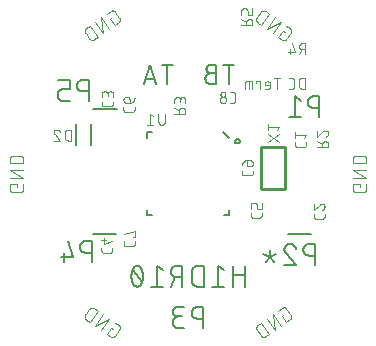
<source format=gbr>
G04 EAGLE Gerber RS-274X export*
G75*
%MOMM*%
%FSLAX34Y34*%
%LPD*%
%INSilkscreen Bottom*%
%IPPOS*%
%AMOC8*
5,1,8,0,0,1.08239X$1,22.5*%
G01*
%ADD10C,0.101600*%
%ADD11C,0.152400*%
%ADD12C,0.076200*%
%ADD13C,0.127000*%
%ADD14C,0.254000*%
%ADD15C,0.150000*%


D10*
X82656Y270603D02*
X81061Y271720D01*
X77338Y266403D01*
X80528Y264169D01*
X80611Y264114D01*
X80695Y264062D01*
X80782Y264013D01*
X80870Y263967D01*
X80960Y263925D01*
X81052Y263886D01*
X81145Y263851D01*
X81239Y263819D01*
X81334Y263791D01*
X81431Y263767D01*
X81528Y263746D01*
X81626Y263730D01*
X81725Y263716D01*
X81824Y263707D01*
X81923Y263702D01*
X82023Y263700D01*
X82122Y263702D01*
X82221Y263708D01*
X82320Y263718D01*
X82419Y263731D01*
X82517Y263749D01*
X82614Y263770D01*
X82710Y263794D01*
X82806Y263823D01*
X82900Y263855D01*
X82993Y263890D01*
X83084Y263929D01*
X83174Y263972D01*
X83262Y264018D01*
X83348Y264067D01*
X83433Y264120D01*
X83515Y264176D01*
X83595Y264235D01*
X83673Y264297D01*
X83748Y264362D01*
X83821Y264429D01*
X83891Y264500D01*
X83959Y264573D01*
X84023Y264649D01*
X84085Y264727D01*
X84144Y264807D01*
X87867Y270124D01*
X87922Y270207D01*
X87974Y270291D01*
X88023Y270378D01*
X88069Y270466D01*
X88111Y270556D01*
X88150Y270648D01*
X88185Y270741D01*
X88217Y270835D01*
X88245Y270930D01*
X88269Y271027D01*
X88290Y271124D01*
X88306Y271222D01*
X88320Y271321D01*
X88329Y271420D01*
X88334Y271519D01*
X88336Y271619D01*
X88334Y271718D01*
X88328Y271817D01*
X88318Y271916D01*
X88305Y272015D01*
X88287Y272113D01*
X88266Y272210D01*
X88242Y272306D01*
X88213Y272402D01*
X88181Y272496D01*
X88146Y272589D01*
X88107Y272680D01*
X88064Y272770D01*
X88018Y272858D01*
X87969Y272944D01*
X87916Y273029D01*
X87860Y273111D01*
X87801Y273191D01*
X87739Y273269D01*
X87674Y273344D01*
X87607Y273417D01*
X87536Y273487D01*
X87463Y273555D01*
X87387Y273619D01*
X87309Y273681D01*
X87229Y273740D01*
X87230Y273740D02*
X84039Y275974D01*
X79370Y279244D02*
X72668Y269673D01*
X67351Y273396D02*
X79370Y279244D01*
X74052Y282967D02*
X67351Y273396D01*
X62681Y276666D02*
X69382Y286237D01*
X66724Y288098D01*
X66724Y288099D02*
X66630Y288162D01*
X66534Y288222D01*
X66436Y288279D01*
X66336Y288332D01*
X66234Y288382D01*
X66130Y288428D01*
X66025Y288470D01*
X65919Y288509D01*
X65811Y288544D01*
X65702Y288575D01*
X65592Y288603D01*
X65481Y288626D01*
X65370Y288646D01*
X65258Y288662D01*
X65145Y288674D01*
X65032Y288682D01*
X64919Y288686D01*
X64805Y288686D01*
X64692Y288682D01*
X64579Y288674D01*
X64466Y288662D01*
X64354Y288646D01*
X64243Y288626D01*
X64132Y288603D01*
X64022Y288575D01*
X63913Y288544D01*
X63805Y288509D01*
X63699Y288470D01*
X63594Y288428D01*
X63490Y288382D01*
X63388Y288332D01*
X63288Y288279D01*
X63190Y288222D01*
X63094Y288162D01*
X63000Y288099D01*
X62909Y288032D01*
X62819Y287963D01*
X62732Y287890D01*
X62648Y287814D01*
X62567Y287735D01*
X62488Y287654D01*
X62412Y287570D01*
X62339Y287483D01*
X62270Y287394D01*
X62203Y287302D01*
X62204Y287301D02*
X59225Y283048D01*
X59162Y282954D01*
X59102Y282858D01*
X59045Y282760D01*
X58992Y282660D01*
X58942Y282558D01*
X58896Y282454D01*
X58854Y282349D01*
X58815Y282243D01*
X58780Y282135D01*
X58749Y282026D01*
X58721Y281916D01*
X58698Y281805D01*
X58678Y281694D01*
X58662Y281582D01*
X58650Y281469D01*
X58642Y281356D01*
X58638Y281243D01*
X58638Y281129D01*
X58642Y281016D01*
X58650Y280903D01*
X58662Y280790D01*
X58678Y280678D01*
X58698Y280567D01*
X58721Y280456D01*
X58749Y280346D01*
X58780Y280237D01*
X58815Y280129D01*
X58854Y280023D01*
X58896Y279918D01*
X58942Y279814D01*
X58992Y279712D01*
X59045Y279612D01*
X59102Y279514D01*
X59162Y279418D01*
X59225Y279324D01*
X59292Y279232D01*
X59361Y279143D01*
X59434Y279056D01*
X59510Y278972D01*
X59589Y278891D01*
X59670Y278812D01*
X59754Y278736D01*
X59841Y278663D01*
X59931Y278594D01*
X60022Y278527D01*
X62681Y276666D01*
X146609Y141674D02*
X146609Y139726D01*
X146609Y141674D02*
X140118Y141674D01*
X140118Y137779D01*
X140120Y137680D01*
X140126Y137580D01*
X140135Y137481D01*
X140148Y137383D01*
X140165Y137285D01*
X140186Y137187D01*
X140211Y137091D01*
X140239Y136996D01*
X140271Y136902D01*
X140306Y136809D01*
X140345Y136717D01*
X140388Y136627D01*
X140433Y136539D01*
X140483Y136452D01*
X140535Y136368D01*
X140591Y136285D01*
X140649Y136205D01*
X140711Y136127D01*
X140776Y136052D01*
X140844Y135979D01*
X140914Y135909D01*
X140987Y135841D01*
X141062Y135776D01*
X141140Y135714D01*
X141220Y135656D01*
X141303Y135600D01*
X141387Y135548D01*
X141474Y135498D01*
X141562Y135453D01*
X141652Y135410D01*
X141744Y135371D01*
X141837Y135336D01*
X141931Y135304D01*
X142026Y135276D01*
X142122Y135251D01*
X142220Y135230D01*
X142318Y135213D01*
X142416Y135200D01*
X142515Y135191D01*
X142615Y135185D01*
X142714Y135183D01*
X149206Y135183D01*
X149305Y135185D01*
X149405Y135191D01*
X149504Y135200D01*
X149602Y135213D01*
X149700Y135230D01*
X149798Y135251D01*
X149894Y135276D01*
X149989Y135304D01*
X150083Y135336D01*
X150176Y135371D01*
X150268Y135410D01*
X150358Y135453D01*
X150446Y135498D01*
X150533Y135548D01*
X150617Y135600D01*
X150700Y135656D01*
X150780Y135714D01*
X150858Y135776D01*
X150933Y135841D01*
X151006Y135909D01*
X151076Y135979D01*
X151144Y136052D01*
X151209Y136127D01*
X151271Y136205D01*
X151329Y136285D01*
X151385Y136368D01*
X151437Y136452D01*
X151487Y136539D01*
X151532Y136627D01*
X151575Y136717D01*
X151614Y136809D01*
X151649Y136901D01*
X151681Y136996D01*
X151709Y137091D01*
X151734Y137187D01*
X151755Y137285D01*
X151772Y137383D01*
X151785Y137481D01*
X151794Y137580D01*
X151800Y137680D01*
X151802Y137779D01*
X151802Y141674D01*
X151802Y147374D02*
X140118Y147374D01*
X140118Y153866D02*
X151802Y147374D01*
X151802Y153866D02*
X140118Y153866D01*
X140118Y159566D02*
X151802Y159566D01*
X151802Y162812D01*
X151800Y162925D01*
X151794Y163038D01*
X151784Y163151D01*
X151770Y163264D01*
X151753Y163376D01*
X151731Y163487D01*
X151706Y163597D01*
X151676Y163707D01*
X151643Y163815D01*
X151606Y163922D01*
X151566Y164028D01*
X151521Y164132D01*
X151473Y164235D01*
X151422Y164336D01*
X151367Y164435D01*
X151309Y164532D01*
X151247Y164627D01*
X151182Y164720D01*
X151114Y164810D01*
X151043Y164898D01*
X150968Y164984D01*
X150891Y165067D01*
X150811Y165147D01*
X150728Y165224D01*
X150642Y165299D01*
X150554Y165370D01*
X150464Y165438D01*
X150371Y165503D01*
X150276Y165565D01*
X150179Y165623D01*
X150080Y165678D01*
X149979Y165729D01*
X149876Y165777D01*
X149772Y165822D01*
X149666Y165862D01*
X149559Y165899D01*
X149451Y165932D01*
X149341Y165962D01*
X149231Y165987D01*
X149120Y166009D01*
X149008Y166026D01*
X148895Y166040D01*
X148782Y166050D01*
X148669Y166056D01*
X148556Y166058D01*
X143364Y166058D01*
X143251Y166056D01*
X143138Y166050D01*
X143025Y166040D01*
X142912Y166026D01*
X142800Y166009D01*
X142689Y165987D01*
X142579Y165962D01*
X142469Y165932D01*
X142361Y165899D01*
X142254Y165862D01*
X142148Y165822D01*
X142044Y165777D01*
X141941Y165729D01*
X141840Y165678D01*
X141741Y165623D01*
X141644Y165565D01*
X141549Y165503D01*
X141456Y165438D01*
X141366Y165370D01*
X141278Y165299D01*
X141192Y165224D01*
X141109Y165147D01*
X141029Y165067D01*
X140952Y164984D01*
X140877Y164898D01*
X140806Y164810D01*
X140738Y164720D01*
X140673Y164627D01*
X140611Y164532D01*
X140553Y164435D01*
X140498Y164336D01*
X140447Y164235D01*
X140399Y164132D01*
X140354Y164028D01*
X140314Y163922D01*
X140277Y163815D01*
X140244Y163707D01*
X140214Y163597D01*
X140189Y163487D01*
X140167Y163376D01*
X140150Y163264D01*
X140136Y163151D01*
X140126Y163038D01*
X140120Y162925D01*
X140118Y162812D01*
X140118Y159566D01*
X81911Y31700D02*
X80316Y30583D01*
X84039Y25266D01*
X87230Y27500D01*
X87229Y27500D02*
X87309Y27559D01*
X87387Y27621D01*
X87463Y27685D01*
X87536Y27753D01*
X87607Y27823D01*
X87674Y27896D01*
X87739Y27971D01*
X87801Y28049D01*
X87860Y28129D01*
X87916Y28211D01*
X87969Y28296D01*
X88018Y28382D01*
X88064Y28470D01*
X88107Y28560D01*
X88146Y28651D01*
X88181Y28744D01*
X88213Y28838D01*
X88242Y28934D01*
X88266Y29030D01*
X88287Y29127D01*
X88305Y29225D01*
X88318Y29324D01*
X88328Y29423D01*
X88334Y29522D01*
X88336Y29621D01*
X88334Y29721D01*
X88329Y29820D01*
X88319Y29919D01*
X88306Y30018D01*
X88290Y30116D01*
X88269Y30213D01*
X88245Y30310D01*
X88217Y30405D01*
X88185Y30499D01*
X88150Y30592D01*
X88111Y30684D01*
X88069Y30774D01*
X88023Y30862D01*
X87974Y30949D01*
X87922Y31033D01*
X87867Y31116D01*
X84144Y36433D01*
X84085Y36513D01*
X84023Y36591D01*
X83959Y36667D01*
X83891Y36740D01*
X83821Y36811D01*
X83748Y36878D01*
X83673Y36943D01*
X83595Y37005D01*
X83515Y37064D01*
X83433Y37120D01*
X83348Y37173D01*
X83262Y37222D01*
X83174Y37268D01*
X83084Y37311D01*
X82993Y37350D01*
X82900Y37385D01*
X82806Y37417D01*
X82710Y37446D01*
X82614Y37470D01*
X82517Y37491D01*
X82419Y37509D01*
X82320Y37522D01*
X82221Y37532D01*
X82122Y37538D01*
X82023Y37540D01*
X81923Y37538D01*
X81824Y37533D01*
X81725Y37524D01*
X81626Y37510D01*
X81528Y37494D01*
X81431Y37473D01*
X81334Y37449D01*
X81239Y37421D01*
X81145Y37389D01*
X81052Y37354D01*
X80960Y37315D01*
X80870Y37273D01*
X80782Y37227D01*
X80695Y37178D01*
X80611Y37126D01*
X80528Y37071D01*
X77338Y34837D01*
X72668Y31567D02*
X79369Y21996D01*
X74052Y18273D02*
X72668Y31567D01*
X67351Y27844D02*
X74052Y18273D01*
X69382Y15003D02*
X62681Y24574D01*
X60022Y22712D01*
X60022Y22713D02*
X59931Y22646D01*
X59841Y22577D01*
X59754Y22504D01*
X59670Y22428D01*
X59589Y22349D01*
X59510Y22268D01*
X59434Y22184D01*
X59361Y22097D01*
X59292Y22008D01*
X59225Y21916D01*
X59162Y21822D01*
X59102Y21726D01*
X59045Y21628D01*
X58992Y21528D01*
X58942Y21426D01*
X58896Y21322D01*
X58854Y21217D01*
X58815Y21111D01*
X58780Y21003D01*
X58749Y20894D01*
X58721Y20784D01*
X58698Y20673D01*
X58678Y20562D01*
X58662Y20450D01*
X58650Y20337D01*
X58642Y20224D01*
X58638Y20111D01*
X58638Y19997D01*
X58642Y19884D01*
X58650Y19771D01*
X58662Y19658D01*
X58678Y19546D01*
X58698Y19435D01*
X58721Y19324D01*
X58749Y19214D01*
X58780Y19105D01*
X58815Y18997D01*
X58854Y18891D01*
X58896Y18786D01*
X58942Y18682D01*
X58992Y18580D01*
X59045Y18480D01*
X59102Y18382D01*
X59162Y18286D01*
X59225Y18192D01*
X62204Y13938D01*
X62203Y13938D02*
X62270Y13847D01*
X62339Y13757D01*
X62412Y13670D01*
X62488Y13586D01*
X62567Y13505D01*
X62648Y13426D01*
X62732Y13350D01*
X62819Y13277D01*
X62909Y13208D01*
X63000Y13141D01*
X63094Y13078D01*
X63190Y13018D01*
X63288Y12961D01*
X63388Y12908D01*
X63490Y12858D01*
X63594Y12812D01*
X63699Y12770D01*
X63805Y12731D01*
X63913Y12696D01*
X64022Y12665D01*
X64132Y12637D01*
X64243Y12614D01*
X64354Y12594D01*
X64466Y12578D01*
X64579Y12566D01*
X64692Y12558D01*
X64805Y12554D01*
X64919Y12554D01*
X65032Y12558D01*
X65145Y12566D01*
X65258Y12578D01*
X65370Y12594D01*
X65481Y12614D01*
X65592Y12637D01*
X65702Y12665D01*
X65811Y12696D01*
X65919Y12731D01*
X66025Y12770D01*
X66130Y12812D01*
X66234Y12858D01*
X66336Y12908D01*
X66436Y12961D01*
X66534Y13018D01*
X66630Y13078D01*
X66724Y13141D01*
X69382Y15003D01*
X-62544Y19203D02*
X-64139Y20320D01*
X-67862Y15003D01*
X-64672Y12769D01*
X-64589Y12714D01*
X-64505Y12662D01*
X-64418Y12613D01*
X-64330Y12567D01*
X-64240Y12525D01*
X-64148Y12486D01*
X-64055Y12451D01*
X-63961Y12419D01*
X-63866Y12391D01*
X-63769Y12367D01*
X-63672Y12346D01*
X-63574Y12330D01*
X-63475Y12317D01*
X-63376Y12307D01*
X-63277Y12302D01*
X-63177Y12300D01*
X-63078Y12302D01*
X-62979Y12308D01*
X-62880Y12318D01*
X-62781Y12331D01*
X-62683Y12349D01*
X-62586Y12370D01*
X-62490Y12394D01*
X-62394Y12423D01*
X-62300Y12455D01*
X-62207Y12490D01*
X-62116Y12529D01*
X-62026Y12572D01*
X-61938Y12618D01*
X-61852Y12667D01*
X-61767Y12720D01*
X-61685Y12776D01*
X-61605Y12835D01*
X-61527Y12897D01*
X-61452Y12962D01*
X-61379Y13029D01*
X-61309Y13100D01*
X-61241Y13173D01*
X-61177Y13249D01*
X-61115Y13327D01*
X-61056Y13407D01*
X-57333Y18724D01*
X-57278Y18807D01*
X-57226Y18891D01*
X-57177Y18978D01*
X-57131Y19066D01*
X-57089Y19156D01*
X-57050Y19248D01*
X-57015Y19341D01*
X-56983Y19435D01*
X-56955Y19530D01*
X-56931Y19627D01*
X-56910Y19724D01*
X-56894Y19822D01*
X-56881Y19921D01*
X-56871Y20020D01*
X-56866Y20119D01*
X-56864Y20219D01*
X-56866Y20318D01*
X-56872Y20417D01*
X-56882Y20516D01*
X-56895Y20615D01*
X-56913Y20713D01*
X-56934Y20810D01*
X-56958Y20906D01*
X-56987Y21002D01*
X-57019Y21096D01*
X-57054Y21189D01*
X-57093Y21280D01*
X-57136Y21370D01*
X-57182Y21458D01*
X-57231Y21544D01*
X-57284Y21629D01*
X-57340Y21711D01*
X-57399Y21791D01*
X-57461Y21869D01*
X-57526Y21944D01*
X-57593Y22017D01*
X-57664Y22087D01*
X-57737Y22155D01*
X-57813Y22219D01*
X-57891Y22281D01*
X-57971Y22340D01*
X-57970Y22340D02*
X-61161Y24574D01*
X-65831Y27844D02*
X-72532Y18273D01*
X-77850Y21996D02*
X-65831Y27844D01*
X-71148Y31567D02*
X-77850Y21996D01*
X-82519Y25266D02*
X-75818Y34837D01*
X-78476Y36698D01*
X-78476Y36699D02*
X-78570Y36762D01*
X-78666Y36822D01*
X-78764Y36879D01*
X-78864Y36932D01*
X-78966Y36982D01*
X-79070Y37028D01*
X-79175Y37070D01*
X-79281Y37109D01*
X-79389Y37144D01*
X-79498Y37175D01*
X-79608Y37203D01*
X-79719Y37226D01*
X-79830Y37246D01*
X-79942Y37262D01*
X-80055Y37274D01*
X-80168Y37282D01*
X-80281Y37286D01*
X-80395Y37286D01*
X-80508Y37282D01*
X-80621Y37274D01*
X-80734Y37262D01*
X-80846Y37246D01*
X-80957Y37226D01*
X-81068Y37203D01*
X-81178Y37175D01*
X-81287Y37144D01*
X-81395Y37109D01*
X-81501Y37070D01*
X-81606Y37028D01*
X-81710Y36982D01*
X-81812Y36932D01*
X-81912Y36879D01*
X-82010Y36822D01*
X-82106Y36762D01*
X-82200Y36699D01*
X-82291Y36632D01*
X-82381Y36563D01*
X-82468Y36490D01*
X-82552Y36414D01*
X-82633Y36335D01*
X-82712Y36254D01*
X-82788Y36170D01*
X-82861Y36083D01*
X-82930Y35994D01*
X-82997Y35902D01*
X-82997Y35901D02*
X-85975Y31648D01*
X-85976Y31648D02*
X-86039Y31554D01*
X-86099Y31458D01*
X-86156Y31360D01*
X-86209Y31260D01*
X-86259Y31158D01*
X-86305Y31054D01*
X-86347Y30949D01*
X-86386Y30843D01*
X-86421Y30735D01*
X-86452Y30626D01*
X-86480Y30516D01*
X-86503Y30405D01*
X-86523Y30294D01*
X-86539Y30182D01*
X-86551Y30069D01*
X-86559Y29956D01*
X-86563Y29843D01*
X-86563Y29729D01*
X-86559Y29616D01*
X-86551Y29503D01*
X-86539Y29390D01*
X-86523Y29278D01*
X-86503Y29167D01*
X-86480Y29056D01*
X-86452Y28946D01*
X-86421Y28837D01*
X-86386Y28729D01*
X-86347Y28623D01*
X-86305Y28518D01*
X-86259Y28414D01*
X-86209Y28312D01*
X-86156Y28212D01*
X-86099Y28114D01*
X-86039Y28018D01*
X-85976Y27924D01*
X-85909Y27832D01*
X-85840Y27743D01*
X-85767Y27656D01*
X-85691Y27572D01*
X-85612Y27491D01*
X-85531Y27412D01*
X-85447Y27336D01*
X-85360Y27263D01*
X-85270Y27194D01*
X-85179Y27127D01*
X-85178Y27127D02*
X-82519Y25266D01*
X-143791Y139726D02*
X-143791Y141674D01*
X-150282Y141674D01*
X-150282Y137779D01*
X-150280Y137680D01*
X-150274Y137580D01*
X-150265Y137481D01*
X-150252Y137383D01*
X-150235Y137285D01*
X-150214Y137187D01*
X-150189Y137091D01*
X-150161Y136996D01*
X-150129Y136902D01*
X-150094Y136809D01*
X-150055Y136717D01*
X-150012Y136627D01*
X-149967Y136539D01*
X-149917Y136452D01*
X-149865Y136368D01*
X-149809Y136285D01*
X-149751Y136205D01*
X-149689Y136127D01*
X-149624Y136052D01*
X-149556Y135979D01*
X-149486Y135909D01*
X-149413Y135841D01*
X-149338Y135776D01*
X-149260Y135714D01*
X-149180Y135656D01*
X-149097Y135600D01*
X-149013Y135548D01*
X-148926Y135498D01*
X-148838Y135453D01*
X-148748Y135410D01*
X-148656Y135371D01*
X-148563Y135336D01*
X-148469Y135304D01*
X-148374Y135276D01*
X-148278Y135251D01*
X-148180Y135230D01*
X-148082Y135213D01*
X-147984Y135200D01*
X-147885Y135191D01*
X-147785Y135185D01*
X-147686Y135183D01*
X-141194Y135183D01*
X-141194Y135182D02*
X-141095Y135184D01*
X-140995Y135190D01*
X-140896Y135199D01*
X-140798Y135212D01*
X-140700Y135230D01*
X-140602Y135250D01*
X-140506Y135275D01*
X-140410Y135303D01*
X-140316Y135335D01*
X-140223Y135370D01*
X-140132Y135409D01*
X-140042Y135452D01*
X-139953Y135497D01*
X-139867Y135547D01*
X-139782Y135599D01*
X-139700Y135655D01*
X-139620Y135714D01*
X-139542Y135775D01*
X-139466Y135840D01*
X-139393Y135908D01*
X-139323Y135978D01*
X-139255Y136051D01*
X-139190Y136127D01*
X-139129Y136205D01*
X-139070Y136285D01*
X-139014Y136367D01*
X-138962Y136452D01*
X-138913Y136538D01*
X-138867Y136627D01*
X-138824Y136717D01*
X-138785Y136808D01*
X-138750Y136901D01*
X-138718Y136995D01*
X-138690Y137091D01*
X-138665Y137187D01*
X-138645Y137285D01*
X-138627Y137383D01*
X-138614Y137481D01*
X-138605Y137580D01*
X-138599Y137679D01*
X-138597Y137779D01*
X-138598Y137779D02*
X-138598Y141674D01*
X-138598Y147374D02*
X-150282Y147374D01*
X-150282Y153866D02*
X-138598Y147374D01*
X-138598Y153866D02*
X-150282Y153866D01*
X-150282Y159566D02*
X-138598Y159566D01*
X-138598Y162812D01*
X-138600Y162925D01*
X-138606Y163038D01*
X-138616Y163151D01*
X-138630Y163264D01*
X-138647Y163376D01*
X-138669Y163487D01*
X-138694Y163597D01*
X-138724Y163707D01*
X-138757Y163815D01*
X-138794Y163922D01*
X-138834Y164028D01*
X-138879Y164132D01*
X-138927Y164235D01*
X-138978Y164336D01*
X-139033Y164435D01*
X-139091Y164532D01*
X-139153Y164627D01*
X-139218Y164720D01*
X-139286Y164810D01*
X-139357Y164898D01*
X-139432Y164984D01*
X-139509Y165067D01*
X-139589Y165147D01*
X-139672Y165224D01*
X-139758Y165299D01*
X-139846Y165370D01*
X-139936Y165438D01*
X-140029Y165503D01*
X-140124Y165565D01*
X-140221Y165623D01*
X-140320Y165678D01*
X-140421Y165729D01*
X-140524Y165777D01*
X-140628Y165822D01*
X-140734Y165862D01*
X-140841Y165899D01*
X-140949Y165932D01*
X-141059Y165962D01*
X-141169Y165987D01*
X-141280Y166009D01*
X-141392Y166026D01*
X-141505Y166040D01*
X-141618Y166050D01*
X-141731Y166056D01*
X-141844Y166058D01*
X-147036Y166058D01*
X-147149Y166056D01*
X-147262Y166050D01*
X-147375Y166040D01*
X-147488Y166026D01*
X-147600Y166009D01*
X-147711Y165987D01*
X-147821Y165962D01*
X-147931Y165932D01*
X-148039Y165899D01*
X-148146Y165862D01*
X-148252Y165822D01*
X-148356Y165777D01*
X-148459Y165729D01*
X-148560Y165678D01*
X-148659Y165623D01*
X-148756Y165565D01*
X-148851Y165503D01*
X-148944Y165438D01*
X-149034Y165370D01*
X-149122Y165299D01*
X-149208Y165224D01*
X-149291Y165147D01*
X-149371Y165067D01*
X-149448Y164984D01*
X-149523Y164898D01*
X-149594Y164810D01*
X-149662Y164720D01*
X-149727Y164627D01*
X-149789Y164532D01*
X-149847Y164435D01*
X-149902Y164336D01*
X-149953Y164235D01*
X-150001Y164132D01*
X-150046Y164028D01*
X-150086Y163922D01*
X-150123Y163815D01*
X-150156Y163707D01*
X-150186Y163597D01*
X-150211Y163487D01*
X-150233Y163376D01*
X-150250Y163264D01*
X-150264Y163151D01*
X-150274Y163038D01*
X-150280Y162925D01*
X-150282Y162812D01*
X-150282Y159566D01*
X-64884Y281983D02*
X-63289Y283100D01*
X-64884Y281983D02*
X-61161Y276666D01*
X-57971Y278900D01*
X-57891Y278959D01*
X-57813Y279021D01*
X-57737Y279085D01*
X-57664Y279153D01*
X-57593Y279223D01*
X-57526Y279296D01*
X-57461Y279371D01*
X-57399Y279449D01*
X-57340Y279529D01*
X-57284Y279611D01*
X-57231Y279696D01*
X-57182Y279782D01*
X-57136Y279870D01*
X-57093Y279960D01*
X-57054Y280051D01*
X-57019Y280144D01*
X-56987Y280238D01*
X-56958Y280334D01*
X-56934Y280430D01*
X-56913Y280527D01*
X-56895Y280625D01*
X-56882Y280724D01*
X-56872Y280823D01*
X-56866Y280922D01*
X-56864Y281021D01*
X-56866Y281121D01*
X-56871Y281220D01*
X-56881Y281319D01*
X-56894Y281418D01*
X-56910Y281516D01*
X-56931Y281613D01*
X-56955Y281710D01*
X-56983Y281805D01*
X-57015Y281899D01*
X-57050Y281992D01*
X-57089Y282084D01*
X-57131Y282174D01*
X-57177Y282262D01*
X-57226Y282349D01*
X-57278Y282433D01*
X-57333Y282516D01*
X-61056Y287833D01*
X-61115Y287913D01*
X-61177Y287991D01*
X-61241Y288067D01*
X-61309Y288140D01*
X-61379Y288211D01*
X-61452Y288278D01*
X-61527Y288343D01*
X-61605Y288405D01*
X-61685Y288464D01*
X-61767Y288520D01*
X-61852Y288573D01*
X-61938Y288622D01*
X-62026Y288668D01*
X-62116Y288711D01*
X-62207Y288750D01*
X-62300Y288785D01*
X-62394Y288817D01*
X-62490Y288846D01*
X-62586Y288870D01*
X-62683Y288891D01*
X-62781Y288909D01*
X-62880Y288922D01*
X-62979Y288932D01*
X-63078Y288938D01*
X-63177Y288940D01*
X-63277Y288938D01*
X-63376Y288933D01*
X-63475Y288923D01*
X-63574Y288910D01*
X-63672Y288894D01*
X-63769Y288873D01*
X-63866Y288849D01*
X-63961Y288821D01*
X-64055Y288789D01*
X-64148Y288754D01*
X-64240Y288715D01*
X-64330Y288673D01*
X-64418Y288627D01*
X-64505Y288578D01*
X-64589Y288526D01*
X-64672Y288471D01*
X-67862Y286237D01*
X-72532Y282967D02*
X-65831Y273396D01*
X-71148Y269673D02*
X-72532Y282967D01*
X-77850Y279244D02*
X-71148Y269673D01*
X-75818Y266403D02*
X-82520Y275974D01*
X-85178Y274112D01*
X-85179Y274113D02*
X-85270Y274046D01*
X-85360Y273977D01*
X-85447Y273904D01*
X-85531Y273828D01*
X-85612Y273749D01*
X-85691Y273668D01*
X-85767Y273584D01*
X-85840Y273497D01*
X-85909Y273407D01*
X-85976Y273316D01*
X-86039Y273222D01*
X-86099Y273126D01*
X-86156Y273028D01*
X-86209Y272928D01*
X-86259Y272826D01*
X-86305Y272722D01*
X-86347Y272617D01*
X-86386Y272511D01*
X-86421Y272403D01*
X-86452Y272294D01*
X-86480Y272184D01*
X-86503Y272073D01*
X-86523Y271962D01*
X-86539Y271850D01*
X-86551Y271737D01*
X-86559Y271624D01*
X-86563Y271511D01*
X-86563Y271397D01*
X-86559Y271284D01*
X-86551Y271171D01*
X-86539Y271058D01*
X-86523Y270946D01*
X-86503Y270835D01*
X-86480Y270724D01*
X-86452Y270614D01*
X-86421Y270505D01*
X-86386Y270397D01*
X-86347Y270291D01*
X-86305Y270186D01*
X-86259Y270082D01*
X-86209Y269980D01*
X-86156Y269880D01*
X-86099Y269782D01*
X-86039Y269686D01*
X-85976Y269592D01*
X-85975Y269592D02*
X-82997Y265338D01*
X-82930Y265247D01*
X-82861Y265157D01*
X-82788Y265070D01*
X-82712Y264986D01*
X-82633Y264905D01*
X-82552Y264826D01*
X-82468Y264750D01*
X-82381Y264677D01*
X-82291Y264608D01*
X-82200Y264541D01*
X-82106Y264478D01*
X-82010Y264418D01*
X-81912Y264361D01*
X-81812Y264308D01*
X-81710Y264258D01*
X-81606Y264212D01*
X-81501Y264170D01*
X-81395Y264131D01*
X-81287Y264096D01*
X-81178Y264065D01*
X-81068Y264037D01*
X-80957Y264014D01*
X-80846Y263994D01*
X-80734Y263978D01*
X-80621Y263966D01*
X-80508Y263958D01*
X-80395Y263954D01*
X-80281Y263954D01*
X-80168Y263958D01*
X-80055Y263966D01*
X-79942Y263978D01*
X-79830Y263994D01*
X-79719Y264014D01*
X-79608Y264037D01*
X-79498Y264065D01*
X-79389Y264096D01*
X-79281Y264131D01*
X-79175Y264170D01*
X-79070Y264212D01*
X-78966Y264258D01*
X-78864Y264308D01*
X-78764Y264361D01*
X-78666Y264418D01*
X-78570Y264478D01*
X-78476Y264541D01*
X-75818Y266403D01*
D11*
X112096Y216310D02*
X112096Y198530D01*
X112096Y216310D02*
X107158Y216310D01*
X107018Y216308D01*
X106879Y216302D01*
X106739Y216292D01*
X106600Y216278D01*
X106461Y216261D01*
X106323Y216239D01*
X106186Y216213D01*
X106049Y216184D01*
X105913Y216151D01*
X105779Y216114D01*
X105645Y216073D01*
X105513Y216028D01*
X105381Y215979D01*
X105252Y215927D01*
X105124Y215872D01*
X104997Y215812D01*
X104872Y215749D01*
X104749Y215683D01*
X104628Y215613D01*
X104509Y215540D01*
X104392Y215463D01*
X104278Y215383D01*
X104165Y215300D01*
X104055Y215214D01*
X103948Y215124D01*
X103843Y215032D01*
X103741Y214937D01*
X103641Y214839D01*
X103544Y214738D01*
X103450Y214634D01*
X103360Y214528D01*
X103272Y214419D01*
X103187Y214308D01*
X103106Y214194D01*
X103027Y214079D01*
X102952Y213961D01*
X102881Y213841D01*
X102813Y213718D01*
X102748Y213595D01*
X102687Y213469D01*
X102629Y213341D01*
X102575Y213213D01*
X102525Y213082D01*
X102478Y212950D01*
X102435Y212817D01*
X102396Y212683D01*
X102361Y212548D01*
X102330Y212412D01*
X102302Y212274D01*
X102279Y212137D01*
X102259Y211998D01*
X102243Y211859D01*
X102231Y211720D01*
X102223Y211581D01*
X102219Y211441D01*
X102219Y211301D01*
X102223Y211161D01*
X102231Y211022D01*
X102243Y210883D01*
X102259Y210744D01*
X102279Y210605D01*
X102302Y210468D01*
X102330Y210330D01*
X102361Y210194D01*
X102396Y210059D01*
X102435Y209925D01*
X102478Y209792D01*
X102525Y209660D01*
X102575Y209529D01*
X102629Y209401D01*
X102687Y209273D01*
X102748Y209147D01*
X102813Y209024D01*
X102881Y208901D01*
X102952Y208781D01*
X103027Y208663D01*
X103106Y208548D01*
X103187Y208434D01*
X103272Y208323D01*
X103360Y208214D01*
X103450Y208108D01*
X103544Y208004D01*
X103641Y207903D01*
X103741Y207805D01*
X103843Y207710D01*
X103948Y207618D01*
X104055Y207528D01*
X104165Y207442D01*
X104278Y207359D01*
X104392Y207279D01*
X104509Y207202D01*
X104628Y207129D01*
X104749Y207059D01*
X104872Y206993D01*
X104997Y206930D01*
X105124Y206870D01*
X105252Y206815D01*
X105381Y206763D01*
X105513Y206714D01*
X105645Y206669D01*
X105779Y206628D01*
X105913Y206591D01*
X106049Y206558D01*
X106186Y206529D01*
X106323Y206503D01*
X106461Y206481D01*
X106600Y206464D01*
X106739Y206450D01*
X106879Y206440D01*
X107018Y206434D01*
X107158Y206432D01*
X112096Y206432D01*
X96101Y212359D02*
X91162Y216310D01*
X91162Y198530D01*
X86224Y198530D02*
X96101Y198530D01*
X108298Y91280D02*
X108298Y73500D01*
X108298Y91280D02*
X103359Y91280D01*
X103219Y91278D01*
X103080Y91272D01*
X102940Y91262D01*
X102801Y91248D01*
X102662Y91231D01*
X102524Y91209D01*
X102387Y91183D01*
X102250Y91154D01*
X102114Y91121D01*
X101980Y91084D01*
X101846Y91043D01*
X101714Y90998D01*
X101582Y90949D01*
X101453Y90897D01*
X101325Y90842D01*
X101198Y90782D01*
X101073Y90719D01*
X100950Y90653D01*
X100829Y90583D01*
X100710Y90510D01*
X100593Y90433D01*
X100479Y90353D01*
X100366Y90270D01*
X100256Y90184D01*
X100149Y90094D01*
X100044Y90002D01*
X99942Y89907D01*
X99842Y89809D01*
X99745Y89708D01*
X99651Y89604D01*
X99561Y89498D01*
X99473Y89389D01*
X99388Y89278D01*
X99307Y89164D01*
X99228Y89049D01*
X99153Y88931D01*
X99082Y88810D01*
X99014Y88688D01*
X98949Y88565D01*
X98888Y88439D01*
X98830Y88311D01*
X98776Y88183D01*
X98726Y88052D01*
X98679Y87920D01*
X98636Y87787D01*
X98597Y87653D01*
X98562Y87518D01*
X98531Y87382D01*
X98503Y87244D01*
X98480Y87107D01*
X98460Y86968D01*
X98444Y86829D01*
X98432Y86690D01*
X98424Y86551D01*
X98420Y86411D01*
X98420Y86271D01*
X98424Y86131D01*
X98432Y85992D01*
X98444Y85853D01*
X98460Y85714D01*
X98480Y85575D01*
X98503Y85438D01*
X98531Y85300D01*
X98562Y85164D01*
X98597Y85029D01*
X98636Y84895D01*
X98679Y84762D01*
X98726Y84630D01*
X98776Y84499D01*
X98830Y84371D01*
X98888Y84243D01*
X98949Y84117D01*
X99014Y83994D01*
X99082Y83871D01*
X99153Y83751D01*
X99228Y83633D01*
X99307Y83518D01*
X99388Y83404D01*
X99473Y83293D01*
X99561Y83184D01*
X99651Y83078D01*
X99745Y82974D01*
X99842Y82873D01*
X99942Y82775D01*
X100044Y82680D01*
X100149Y82588D01*
X100256Y82498D01*
X100366Y82412D01*
X100479Y82329D01*
X100593Y82249D01*
X100710Y82172D01*
X100829Y82099D01*
X100950Y82029D01*
X101073Y81963D01*
X101198Y81900D01*
X101325Y81840D01*
X101453Y81785D01*
X101582Y81733D01*
X101714Y81684D01*
X101846Y81639D01*
X101980Y81598D01*
X102114Y81561D01*
X102250Y81528D01*
X102387Y81499D01*
X102524Y81473D01*
X102662Y81451D01*
X102801Y81434D01*
X102940Y81420D01*
X103080Y81410D01*
X103219Y81404D01*
X103359Y81402D01*
X108298Y81402D01*
X86870Y91280D02*
X86738Y91278D01*
X86607Y91272D01*
X86475Y91262D01*
X86344Y91249D01*
X86214Y91231D01*
X86084Y91210D01*
X85954Y91185D01*
X85826Y91156D01*
X85698Y91123D01*
X85572Y91086D01*
X85446Y91046D01*
X85322Y91002D01*
X85199Y90954D01*
X85078Y90903D01*
X84958Y90848D01*
X84840Y90790D01*
X84724Y90728D01*
X84610Y90662D01*
X84497Y90594D01*
X84387Y90522D01*
X84279Y90447D01*
X84173Y90368D01*
X84069Y90287D01*
X83968Y90202D01*
X83870Y90115D01*
X83774Y90024D01*
X83681Y89931D01*
X83590Y89835D01*
X83503Y89737D01*
X83418Y89636D01*
X83337Y89532D01*
X83258Y89426D01*
X83183Y89318D01*
X83111Y89208D01*
X83043Y89095D01*
X82977Y88981D01*
X82915Y88865D01*
X82857Y88747D01*
X82802Y88627D01*
X82751Y88506D01*
X82703Y88383D01*
X82659Y88259D01*
X82619Y88133D01*
X82582Y88007D01*
X82549Y87879D01*
X82520Y87751D01*
X82495Y87621D01*
X82474Y87491D01*
X82456Y87361D01*
X82443Y87230D01*
X82433Y87098D01*
X82427Y86967D01*
X82425Y86835D01*
X86870Y91280D02*
X87020Y91278D01*
X87169Y91272D01*
X87318Y91262D01*
X87467Y91249D01*
X87616Y91231D01*
X87764Y91210D01*
X87912Y91184D01*
X88058Y91155D01*
X88204Y91122D01*
X88349Y91085D01*
X88493Y91044D01*
X88636Y91000D01*
X88778Y90952D01*
X88918Y90900D01*
X89057Y90845D01*
X89195Y90786D01*
X89330Y90723D01*
X89465Y90657D01*
X89597Y90587D01*
X89727Y90514D01*
X89856Y90437D01*
X89983Y90357D01*
X90107Y90274D01*
X90229Y90188D01*
X90349Y90098D01*
X90466Y90005D01*
X90581Y89910D01*
X90694Y89811D01*
X90804Y89709D01*
X90911Y89605D01*
X91015Y89498D01*
X91117Y89388D01*
X91215Y89275D01*
X91311Y89160D01*
X91403Y89042D01*
X91493Y88922D01*
X91579Y88800D01*
X91662Y88676D01*
X91742Y88549D01*
X91818Y88421D01*
X91891Y88290D01*
X91961Y88157D01*
X92027Y88023D01*
X92089Y87887D01*
X92148Y87750D01*
X92204Y87611D01*
X92255Y87470D01*
X92303Y87329D01*
X83907Y83378D02*
X83811Y83471D01*
X83719Y83567D01*
X83629Y83666D01*
X83542Y83767D01*
X83458Y83870D01*
X83376Y83975D01*
X83298Y84083D01*
X83223Y84193D01*
X83150Y84305D01*
X83081Y84419D01*
X83015Y84535D01*
X82953Y84653D01*
X82894Y84772D01*
X82838Y84893D01*
X82785Y85016D01*
X82736Y85140D01*
X82691Y85265D01*
X82648Y85392D01*
X82610Y85519D01*
X82575Y85648D01*
X82544Y85777D01*
X82516Y85908D01*
X82492Y86039D01*
X82471Y86171D01*
X82455Y86303D01*
X82442Y86436D01*
X82432Y86569D01*
X82427Y86702D01*
X82425Y86835D01*
X83907Y83378D02*
X92303Y73500D01*
X82425Y73500D01*
X70055Y80414D02*
X70055Y86341D01*
X70055Y80414D02*
X66598Y75969D01*
X70055Y80414D02*
X73512Y75969D01*
X70055Y80414D02*
X64622Y82390D01*
X70055Y80414D02*
X75488Y82390D01*
X13696Y37910D02*
X13696Y20130D01*
X13696Y37910D02*
X8758Y37910D01*
X8618Y37908D01*
X8479Y37902D01*
X8339Y37892D01*
X8200Y37878D01*
X8061Y37861D01*
X7923Y37839D01*
X7786Y37813D01*
X7649Y37784D01*
X7513Y37751D01*
X7379Y37714D01*
X7245Y37673D01*
X7113Y37628D01*
X6981Y37579D01*
X6852Y37527D01*
X6724Y37472D01*
X6597Y37412D01*
X6472Y37349D01*
X6349Y37283D01*
X6228Y37213D01*
X6109Y37140D01*
X5992Y37063D01*
X5878Y36983D01*
X5765Y36900D01*
X5655Y36814D01*
X5548Y36724D01*
X5443Y36632D01*
X5341Y36537D01*
X5241Y36439D01*
X5144Y36338D01*
X5050Y36234D01*
X4960Y36128D01*
X4872Y36019D01*
X4787Y35908D01*
X4706Y35794D01*
X4627Y35679D01*
X4552Y35561D01*
X4481Y35440D01*
X4413Y35318D01*
X4348Y35195D01*
X4287Y35069D01*
X4229Y34941D01*
X4175Y34813D01*
X4125Y34682D01*
X4078Y34550D01*
X4035Y34417D01*
X3996Y34283D01*
X3961Y34148D01*
X3930Y34012D01*
X3902Y33874D01*
X3879Y33737D01*
X3859Y33598D01*
X3843Y33459D01*
X3831Y33320D01*
X3823Y33181D01*
X3819Y33041D01*
X3819Y32901D01*
X3823Y32761D01*
X3831Y32622D01*
X3843Y32483D01*
X3859Y32344D01*
X3879Y32205D01*
X3902Y32068D01*
X3930Y31930D01*
X3961Y31794D01*
X3996Y31659D01*
X4035Y31525D01*
X4078Y31392D01*
X4125Y31260D01*
X4175Y31129D01*
X4229Y31001D01*
X4287Y30873D01*
X4348Y30747D01*
X4413Y30624D01*
X4481Y30501D01*
X4552Y30381D01*
X4627Y30263D01*
X4706Y30148D01*
X4787Y30034D01*
X4872Y29923D01*
X4960Y29814D01*
X5050Y29708D01*
X5144Y29604D01*
X5241Y29503D01*
X5341Y29405D01*
X5443Y29310D01*
X5548Y29218D01*
X5655Y29128D01*
X5765Y29042D01*
X5878Y28959D01*
X5992Y28879D01*
X6109Y28802D01*
X6228Y28729D01*
X6349Y28659D01*
X6472Y28593D01*
X6597Y28530D01*
X6724Y28470D01*
X6852Y28415D01*
X6981Y28363D01*
X7113Y28314D01*
X7245Y28269D01*
X7379Y28228D01*
X7513Y28191D01*
X7649Y28158D01*
X7786Y28129D01*
X7923Y28103D01*
X8061Y28081D01*
X8200Y28064D01*
X8339Y28050D01*
X8479Y28040D01*
X8618Y28034D01*
X8758Y28032D01*
X13696Y28032D01*
X-2299Y20130D02*
X-7238Y20130D01*
X-7378Y20132D01*
X-7517Y20138D01*
X-7657Y20148D01*
X-7796Y20162D01*
X-7935Y20179D01*
X-8073Y20201D01*
X-8210Y20227D01*
X-8347Y20256D01*
X-8483Y20289D01*
X-8617Y20326D01*
X-8751Y20367D01*
X-8883Y20412D01*
X-9015Y20461D01*
X-9144Y20513D01*
X-9272Y20568D01*
X-9399Y20628D01*
X-9524Y20691D01*
X-9647Y20757D01*
X-9768Y20827D01*
X-9887Y20900D01*
X-10004Y20977D01*
X-10118Y21057D01*
X-10231Y21140D01*
X-10341Y21226D01*
X-10448Y21316D01*
X-10553Y21408D01*
X-10655Y21503D01*
X-10755Y21601D01*
X-10852Y21702D01*
X-10946Y21806D01*
X-11036Y21912D01*
X-11124Y22021D01*
X-11209Y22132D01*
X-11290Y22246D01*
X-11369Y22361D01*
X-11444Y22479D01*
X-11515Y22599D01*
X-11583Y22722D01*
X-11648Y22845D01*
X-11709Y22971D01*
X-11767Y23099D01*
X-11821Y23227D01*
X-11871Y23358D01*
X-11918Y23490D01*
X-11961Y23623D01*
X-12000Y23757D01*
X-12035Y23892D01*
X-12066Y24028D01*
X-12094Y24166D01*
X-12117Y24303D01*
X-12137Y24442D01*
X-12153Y24581D01*
X-12165Y24720D01*
X-12173Y24859D01*
X-12177Y24999D01*
X-12177Y25139D01*
X-12173Y25279D01*
X-12165Y25418D01*
X-12153Y25557D01*
X-12137Y25696D01*
X-12117Y25835D01*
X-12094Y25972D01*
X-12066Y26110D01*
X-12035Y26246D01*
X-12000Y26381D01*
X-11961Y26515D01*
X-11918Y26648D01*
X-11871Y26780D01*
X-11821Y26911D01*
X-11767Y27039D01*
X-11709Y27167D01*
X-11648Y27293D01*
X-11583Y27416D01*
X-11515Y27538D01*
X-11444Y27659D01*
X-11369Y27777D01*
X-11290Y27892D01*
X-11209Y28006D01*
X-11124Y28117D01*
X-11036Y28226D01*
X-10946Y28332D01*
X-10852Y28436D01*
X-10755Y28537D01*
X-10655Y28635D01*
X-10553Y28730D01*
X-10448Y28822D01*
X-10341Y28912D01*
X-10231Y28998D01*
X-10118Y29081D01*
X-10004Y29161D01*
X-9887Y29238D01*
X-9768Y29311D01*
X-9647Y29381D01*
X-9524Y29447D01*
X-9399Y29510D01*
X-9272Y29570D01*
X-9144Y29625D01*
X-9015Y29677D01*
X-8883Y29726D01*
X-8751Y29771D01*
X-8617Y29812D01*
X-8483Y29849D01*
X-8347Y29882D01*
X-8210Y29911D01*
X-8073Y29937D01*
X-7935Y29959D01*
X-7796Y29976D01*
X-7657Y29990D01*
X-7517Y30000D01*
X-7378Y30006D01*
X-7238Y30008D01*
X-8225Y37910D02*
X-2299Y37910D01*
X-8225Y37910D02*
X-8349Y37908D01*
X-8473Y37902D01*
X-8597Y37892D01*
X-8720Y37879D01*
X-8843Y37861D01*
X-8965Y37840D01*
X-9087Y37815D01*
X-9208Y37786D01*
X-9327Y37753D01*
X-9446Y37717D01*
X-9563Y37676D01*
X-9679Y37633D01*
X-9794Y37585D01*
X-9907Y37534D01*
X-10019Y37479D01*
X-10128Y37421D01*
X-10236Y37360D01*
X-10342Y37295D01*
X-10446Y37227D01*
X-10547Y37155D01*
X-10647Y37081D01*
X-10743Y37003D01*
X-10838Y36923D01*
X-10930Y36839D01*
X-11019Y36753D01*
X-11105Y36664D01*
X-11189Y36572D01*
X-11269Y36477D01*
X-11347Y36381D01*
X-11421Y36281D01*
X-11493Y36180D01*
X-11561Y36076D01*
X-11626Y35970D01*
X-11687Y35862D01*
X-11745Y35753D01*
X-11800Y35641D01*
X-11851Y35528D01*
X-11899Y35413D01*
X-11942Y35297D01*
X-11983Y35180D01*
X-12019Y35061D01*
X-12052Y34942D01*
X-12081Y34821D01*
X-12106Y34699D01*
X-12127Y34577D01*
X-12145Y34454D01*
X-12158Y34331D01*
X-12168Y34207D01*
X-12174Y34083D01*
X-12176Y33959D01*
X-12174Y33835D01*
X-12168Y33711D01*
X-12158Y33587D01*
X-12145Y33464D01*
X-12127Y33341D01*
X-12106Y33219D01*
X-12081Y33097D01*
X-12052Y32976D01*
X-12019Y32857D01*
X-11983Y32738D01*
X-11942Y32621D01*
X-11899Y32505D01*
X-11851Y32390D01*
X-11800Y32277D01*
X-11745Y32165D01*
X-11687Y32056D01*
X-11626Y31948D01*
X-11561Y31842D01*
X-11493Y31738D01*
X-11421Y31637D01*
X-11347Y31537D01*
X-11269Y31441D01*
X-11189Y31346D01*
X-11105Y31254D01*
X-11019Y31165D01*
X-10930Y31079D01*
X-10838Y30995D01*
X-10743Y30915D01*
X-10647Y30837D01*
X-10547Y30763D01*
X-10446Y30691D01*
X-10342Y30623D01*
X-10236Y30558D01*
X-10128Y30497D01*
X-10019Y30439D01*
X-9907Y30384D01*
X-9794Y30333D01*
X-9679Y30285D01*
X-9563Y30242D01*
X-9446Y30201D01*
X-9327Y30165D01*
X-9208Y30132D01*
X-9087Y30103D01*
X-8965Y30078D01*
X-8843Y30057D01*
X-8720Y30039D01*
X-8597Y30026D01*
X-8473Y30016D01*
X-8349Y30010D01*
X-8225Y30008D01*
X-4274Y30008D01*
X-80894Y76040D02*
X-80894Y93820D01*
X-85833Y93820D01*
X-85973Y93818D01*
X-86112Y93812D01*
X-86252Y93802D01*
X-86391Y93788D01*
X-86530Y93771D01*
X-86668Y93749D01*
X-86805Y93723D01*
X-86942Y93694D01*
X-87078Y93661D01*
X-87212Y93624D01*
X-87346Y93583D01*
X-87478Y93538D01*
X-87610Y93489D01*
X-87739Y93437D01*
X-87867Y93382D01*
X-87994Y93322D01*
X-88119Y93259D01*
X-88242Y93193D01*
X-88363Y93123D01*
X-88482Y93050D01*
X-88599Y92973D01*
X-88713Y92893D01*
X-88826Y92810D01*
X-88936Y92724D01*
X-89043Y92634D01*
X-89148Y92542D01*
X-89250Y92447D01*
X-89350Y92349D01*
X-89447Y92248D01*
X-89541Y92144D01*
X-89631Y92038D01*
X-89719Y91929D01*
X-89804Y91818D01*
X-89885Y91704D01*
X-89964Y91589D01*
X-90039Y91471D01*
X-90110Y91350D01*
X-90178Y91228D01*
X-90243Y91105D01*
X-90304Y90979D01*
X-90362Y90851D01*
X-90416Y90723D01*
X-90466Y90592D01*
X-90513Y90460D01*
X-90556Y90327D01*
X-90595Y90193D01*
X-90630Y90058D01*
X-90661Y89922D01*
X-90689Y89784D01*
X-90712Y89647D01*
X-90732Y89508D01*
X-90748Y89369D01*
X-90760Y89230D01*
X-90768Y89091D01*
X-90772Y88951D01*
X-90772Y88811D01*
X-90768Y88671D01*
X-90760Y88532D01*
X-90748Y88393D01*
X-90732Y88254D01*
X-90712Y88115D01*
X-90689Y87978D01*
X-90661Y87840D01*
X-90630Y87704D01*
X-90595Y87569D01*
X-90556Y87435D01*
X-90513Y87302D01*
X-90466Y87170D01*
X-90416Y87039D01*
X-90362Y86911D01*
X-90304Y86783D01*
X-90243Y86657D01*
X-90178Y86534D01*
X-90110Y86411D01*
X-90039Y86291D01*
X-89964Y86173D01*
X-89885Y86058D01*
X-89804Y85944D01*
X-89719Y85833D01*
X-89631Y85724D01*
X-89541Y85618D01*
X-89447Y85514D01*
X-89350Y85413D01*
X-89250Y85315D01*
X-89148Y85220D01*
X-89043Y85128D01*
X-88936Y85038D01*
X-88826Y84952D01*
X-88713Y84869D01*
X-88599Y84789D01*
X-88482Y84712D01*
X-88363Y84639D01*
X-88242Y84569D01*
X-88119Y84503D01*
X-87994Y84440D01*
X-87867Y84380D01*
X-87739Y84325D01*
X-87610Y84273D01*
X-87478Y84224D01*
X-87346Y84179D01*
X-87212Y84138D01*
X-87078Y84101D01*
X-86942Y84068D01*
X-86805Y84039D01*
X-86668Y84013D01*
X-86530Y83991D01*
X-86391Y83974D01*
X-86252Y83960D01*
X-86112Y83950D01*
X-85973Y83944D01*
X-85833Y83942D01*
X-80894Y83942D01*
X-96889Y79991D02*
X-100840Y93820D01*
X-96889Y79991D02*
X-106766Y79991D01*
X-103803Y83942D02*
X-103803Y76040D01*
X-83434Y212500D02*
X-83434Y230280D01*
X-88373Y230280D01*
X-88513Y230278D01*
X-88652Y230272D01*
X-88792Y230262D01*
X-88931Y230248D01*
X-89070Y230231D01*
X-89208Y230209D01*
X-89345Y230183D01*
X-89482Y230154D01*
X-89618Y230121D01*
X-89752Y230084D01*
X-89886Y230043D01*
X-90018Y229998D01*
X-90150Y229949D01*
X-90279Y229897D01*
X-90407Y229842D01*
X-90534Y229782D01*
X-90659Y229719D01*
X-90782Y229653D01*
X-90903Y229583D01*
X-91022Y229510D01*
X-91139Y229433D01*
X-91253Y229353D01*
X-91366Y229270D01*
X-91476Y229184D01*
X-91583Y229094D01*
X-91688Y229002D01*
X-91790Y228907D01*
X-91890Y228809D01*
X-91987Y228708D01*
X-92081Y228604D01*
X-92171Y228498D01*
X-92259Y228389D01*
X-92344Y228278D01*
X-92425Y228164D01*
X-92504Y228049D01*
X-92579Y227931D01*
X-92650Y227811D01*
X-92718Y227688D01*
X-92783Y227565D01*
X-92844Y227439D01*
X-92902Y227311D01*
X-92956Y227183D01*
X-93006Y227052D01*
X-93053Y226920D01*
X-93096Y226787D01*
X-93135Y226653D01*
X-93170Y226518D01*
X-93201Y226382D01*
X-93229Y226244D01*
X-93252Y226107D01*
X-93272Y225968D01*
X-93288Y225829D01*
X-93300Y225690D01*
X-93308Y225551D01*
X-93312Y225411D01*
X-93312Y225271D01*
X-93308Y225131D01*
X-93300Y224992D01*
X-93288Y224853D01*
X-93272Y224714D01*
X-93252Y224575D01*
X-93229Y224438D01*
X-93201Y224300D01*
X-93170Y224164D01*
X-93135Y224029D01*
X-93096Y223895D01*
X-93053Y223762D01*
X-93006Y223630D01*
X-92956Y223499D01*
X-92902Y223371D01*
X-92844Y223243D01*
X-92783Y223117D01*
X-92718Y222994D01*
X-92650Y222871D01*
X-92579Y222751D01*
X-92504Y222633D01*
X-92425Y222518D01*
X-92344Y222404D01*
X-92259Y222293D01*
X-92171Y222184D01*
X-92081Y222078D01*
X-91987Y221974D01*
X-91890Y221873D01*
X-91790Y221775D01*
X-91688Y221680D01*
X-91583Y221588D01*
X-91476Y221498D01*
X-91366Y221412D01*
X-91253Y221329D01*
X-91139Y221249D01*
X-91022Y221172D01*
X-90903Y221099D01*
X-90782Y221029D01*
X-90659Y220963D01*
X-90534Y220900D01*
X-90407Y220840D01*
X-90279Y220785D01*
X-90150Y220733D01*
X-90018Y220684D01*
X-89886Y220639D01*
X-89752Y220598D01*
X-89618Y220561D01*
X-89482Y220528D01*
X-89345Y220499D01*
X-89208Y220473D01*
X-89070Y220451D01*
X-88931Y220434D01*
X-88792Y220420D01*
X-88652Y220410D01*
X-88513Y220404D01*
X-88373Y220402D01*
X-83434Y220402D01*
X-99429Y212500D02*
X-105355Y212500D01*
X-105479Y212502D01*
X-105603Y212508D01*
X-105727Y212518D01*
X-105850Y212531D01*
X-105973Y212549D01*
X-106095Y212570D01*
X-106217Y212595D01*
X-106338Y212624D01*
X-106457Y212657D01*
X-106576Y212693D01*
X-106693Y212734D01*
X-106809Y212777D01*
X-106924Y212825D01*
X-107037Y212876D01*
X-107149Y212931D01*
X-107258Y212989D01*
X-107366Y213050D01*
X-107472Y213115D01*
X-107576Y213183D01*
X-107677Y213255D01*
X-107777Y213329D01*
X-107873Y213407D01*
X-107968Y213487D01*
X-108060Y213571D01*
X-108149Y213657D01*
X-108235Y213746D01*
X-108319Y213838D01*
X-108399Y213933D01*
X-108477Y214029D01*
X-108551Y214129D01*
X-108623Y214230D01*
X-108691Y214334D01*
X-108756Y214440D01*
X-108817Y214548D01*
X-108875Y214657D01*
X-108930Y214769D01*
X-108981Y214882D01*
X-109029Y214997D01*
X-109072Y215113D01*
X-109113Y215230D01*
X-109149Y215349D01*
X-109182Y215468D01*
X-109211Y215589D01*
X-109236Y215711D01*
X-109257Y215833D01*
X-109275Y215956D01*
X-109288Y216079D01*
X-109298Y216203D01*
X-109304Y216327D01*
X-109306Y216451D01*
X-109306Y218427D01*
X-109304Y218551D01*
X-109298Y218675D01*
X-109288Y218799D01*
X-109275Y218922D01*
X-109257Y219045D01*
X-109236Y219167D01*
X-109211Y219289D01*
X-109182Y219410D01*
X-109149Y219529D01*
X-109113Y219648D01*
X-109072Y219765D01*
X-109029Y219881D01*
X-108981Y219996D01*
X-108930Y220109D01*
X-108875Y220221D01*
X-108817Y220330D01*
X-108756Y220438D01*
X-108691Y220544D01*
X-108623Y220648D01*
X-108551Y220749D01*
X-108477Y220849D01*
X-108399Y220945D01*
X-108319Y221040D01*
X-108235Y221132D01*
X-108149Y221221D01*
X-108060Y221307D01*
X-107968Y221391D01*
X-107873Y221471D01*
X-107777Y221549D01*
X-107677Y221623D01*
X-107576Y221695D01*
X-107472Y221763D01*
X-107366Y221828D01*
X-107258Y221889D01*
X-107149Y221947D01*
X-107037Y222002D01*
X-106924Y222053D01*
X-106809Y222101D01*
X-106693Y222144D01*
X-106576Y222185D01*
X-106457Y222221D01*
X-106338Y222254D01*
X-106217Y222283D01*
X-106095Y222308D01*
X-105973Y222329D01*
X-105850Y222347D01*
X-105727Y222360D01*
X-105603Y222370D01*
X-105479Y222376D01*
X-105355Y222378D01*
X-99429Y222378D01*
X-99429Y230280D01*
X-109306Y230280D01*
X48694Y72913D02*
X48694Y55133D01*
X48694Y65011D02*
X38816Y65011D01*
X38816Y72913D02*
X38816Y55133D01*
X31385Y68962D02*
X26446Y72913D01*
X26446Y55133D01*
X31385Y55133D02*
X21507Y55133D01*
X14076Y55133D02*
X14076Y72913D01*
X9137Y72913D01*
X8998Y72911D01*
X8860Y72905D01*
X8722Y72896D01*
X8584Y72882D01*
X8447Y72865D01*
X8310Y72843D01*
X8173Y72818D01*
X8038Y72789D01*
X7903Y72756D01*
X7770Y72720D01*
X7637Y72680D01*
X7506Y72636D01*
X7376Y72588D01*
X7247Y72537D01*
X7120Y72482D01*
X6994Y72424D01*
X6870Y72362D01*
X6748Y72297D01*
X6628Y72228D01*
X6509Y72156D01*
X6393Y72081D01*
X6279Y72002D01*
X6167Y71920D01*
X6058Y71835D01*
X5950Y71748D01*
X5846Y71657D01*
X5744Y71563D01*
X5645Y71466D01*
X5548Y71367D01*
X5454Y71265D01*
X5363Y71161D01*
X5276Y71053D01*
X5191Y70944D01*
X5109Y70832D01*
X5030Y70718D01*
X4955Y70602D01*
X4883Y70483D01*
X4814Y70363D01*
X4749Y70241D01*
X4687Y70117D01*
X4629Y69991D01*
X4574Y69864D01*
X4523Y69735D01*
X4475Y69605D01*
X4431Y69474D01*
X4391Y69341D01*
X4355Y69208D01*
X4322Y69073D01*
X4293Y68938D01*
X4268Y68801D01*
X4246Y68664D01*
X4229Y68527D01*
X4215Y68389D01*
X4206Y68251D01*
X4200Y68113D01*
X4198Y67974D01*
X4198Y60072D01*
X4200Y59933D01*
X4206Y59795D01*
X4215Y59657D01*
X4229Y59519D01*
X4246Y59382D01*
X4268Y59245D01*
X4293Y59108D01*
X4322Y58973D01*
X4355Y58838D01*
X4391Y58705D01*
X4431Y58572D01*
X4475Y58441D01*
X4523Y58311D01*
X4574Y58182D01*
X4629Y58055D01*
X4687Y57929D01*
X4749Y57805D01*
X4814Y57683D01*
X4883Y57563D01*
X4955Y57444D01*
X5030Y57328D01*
X5109Y57214D01*
X5191Y57102D01*
X5276Y56993D01*
X5363Y56885D01*
X5454Y56781D01*
X5548Y56679D01*
X5645Y56580D01*
X5744Y56483D01*
X5846Y56389D01*
X5950Y56298D01*
X6058Y56211D01*
X6167Y56126D01*
X6279Y56044D01*
X6393Y55965D01*
X6509Y55890D01*
X6628Y55818D01*
X6748Y55749D01*
X6870Y55684D01*
X6994Y55622D01*
X7120Y55564D01*
X7247Y55509D01*
X7376Y55458D01*
X7506Y55410D01*
X7637Y55366D01*
X7770Y55326D01*
X7903Y55290D01*
X8038Y55257D01*
X8173Y55228D01*
X8310Y55203D01*
X8447Y55181D01*
X8584Y55164D01*
X8722Y55150D01*
X8860Y55141D01*
X8998Y55135D01*
X9137Y55133D01*
X14076Y55133D01*
X-3877Y55133D02*
X-3877Y72913D01*
X-8815Y72913D01*
X-8955Y72911D01*
X-9094Y72905D01*
X-9234Y72895D01*
X-9373Y72881D01*
X-9512Y72864D01*
X-9650Y72842D01*
X-9787Y72816D01*
X-9924Y72787D01*
X-10060Y72754D01*
X-10194Y72717D01*
X-10328Y72676D01*
X-10460Y72631D01*
X-10592Y72582D01*
X-10721Y72530D01*
X-10849Y72475D01*
X-10976Y72415D01*
X-11101Y72352D01*
X-11224Y72286D01*
X-11345Y72216D01*
X-11464Y72143D01*
X-11581Y72066D01*
X-11695Y71986D01*
X-11808Y71903D01*
X-11918Y71817D01*
X-12025Y71727D01*
X-12130Y71635D01*
X-12232Y71540D01*
X-12332Y71442D01*
X-12429Y71341D01*
X-12523Y71237D01*
X-12613Y71131D01*
X-12701Y71022D01*
X-12786Y70911D01*
X-12867Y70797D01*
X-12946Y70682D01*
X-13021Y70564D01*
X-13092Y70443D01*
X-13160Y70321D01*
X-13225Y70198D01*
X-13286Y70072D01*
X-13344Y69944D01*
X-13398Y69816D01*
X-13448Y69685D01*
X-13495Y69553D01*
X-13538Y69420D01*
X-13577Y69286D01*
X-13612Y69151D01*
X-13643Y69015D01*
X-13671Y68877D01*
X-13694Y68740D01*
X-13714Y68601D01*
X-13730Y68462D01*
X-13742Y68323D01*
X-13750Y68184D01*
X-13754Y68044D01*
X-13754Y67904D01*
X-13750Y67764D01*
X-13742Y67625D01*
X-13730Y67486D01*
X-13714Y67347D01*
X-13694Y67208D01*
X-13671Y67071D01*
X-13643Y66933D01*
X-13612Y66797D01*
X-13577Y66662D01*
X-13538Y66528D01*
X-13495Y66395D01*
X-13448Y66263D01*
X-13398Y66132D01*
X-13344Y66004D01*
X-13286Y65876D01*
X-13225Y65750D01*
X-13160Y65627D01*
X-13092Y65504D01*
X-13021Y65384D01*
X-12946Y65266D01*
X-12867Y65151D01*
X-12786Y65037D01*
X-12701Y64926D01*
X-12613Y64817D01*
X-12523Y64711D01*
X-12429Y64607D01*
X-12332Y64506D01*
X-12232Y64408D01*
X-12130Y64313D01*
X-12025Y64221D01*
X-11918Y64131D01*
X-11808Y64045D01*
X-11695Y63962D01*
X-11581Y63882D01*
X-11464Y63805D01*
X-11345Y63732D01*
X-11224Y63662D01*
X-11101Y63596D01*
X-10976Y63533D01*
X-10849Y63473D01*
X-10721Y63418D01*
X-10592Y63366D01*
X-10460Y63317D01*
X-10328Y63272D01*
X-10194Y63231D01*
X-10060Y63194D01*
X-9924Y63161D01*
X-9787Y63132D01*
X-9650Y63106D01*
X-9512Y63084D01*
X-9373Y63067D01*
X-9234Y63053D01*
X-9094Y63043D01*
X-8955Y63037D01*
X-8815Y63035D01*
X-3877Y63035D01*
X-9803Y63035D02*
X-13754Y55133D01*
X-20541Y68962D02*
X-25480Y72913D01*
X-25480Y55133D01*
X-20541Y55133D02*
X-30419Y55133D01*
X-37292Y64023D02*
X-37296Y64373D01*
X-37309Y64722D01*
X-37330Y65071D01*
X-37359Y65420D01*
X-37396Y65768D01*
X-37442Y66115D01*
X-37496Y66460D01*
X-37558Y66804D01*
X-37629Y67147D01*
X-37708Y67488D01*
X-37794Y67827D01*
X-37889Y68163D01*
X-37992Y68498D01*
X-38103Y68829D01*
X-38221Y69159D01*
X-38348Y69485D01*
X-38482Y69808D01*
X-38624Y70127D01*
X-38774Y70444D01*
X-38774Y70443D02*
X-38814Y70556D01*
X-38858Y70666D01*
X-38906Y70776D01*
X-38957Y70884D01*
X-39012Y70989D01*
X-39070Y71094D01*
X-39132Y71196D01*
X-39197Y71296D01*
X-39265Y71394D01*
X-39336Y71490D01*
X-39411Y71583D01*
X-39488Y71674D01*
X-39568Y71762D01*
X-39652Y71847D01*
X-39737Y71930D01*
X-39826Y72010D01*
X-39917Y72087D01*
X-40011Y72161D01*
X-40107Y72232D01*
X-40205Y72300D01*
X-40305Y72364D01*
X-40408Y72426D01*
X-40512Y72483D01*
X-40618Y72538D01*
X-40726Y72589D01*
X-40836Y72636D01*
X-40947Y72680D01*
X-41059Y72720D01*
X-41173Y72756D01*
X-41287Y72789D01*
X-41403Y72818D01*
X-41520Y72843D01*
X-41637Y72864D01*
X-41755Y72882D01*
X-41874Y72895D01*
X-41993Y72905D01*
X-42112Y72911D01*
X-42231Y72913D01*
X-42231Y72914D02*
X-42350Y72912D01*
X-42469Y72906D01*
X-42588Y72896D01*
X-42707Y72883D01*
X-42825Y72865D01*
X-42942Y72844D01*
X-43059Y72819D01*
X-43175Y72790D01*
X-43289Y72757D01*
X-43403Y72721D01*
X-43515Y72681D01*
X-43626Y72637D01*
X-43736Y72590D01*
X-43844Y72539D01*
X-43950Y72484D01*
X-44054Y72427D01*
X-44157Y72365D01*
X-44257Y72301D01*
X-44355Y72233D01*
X-44451Y72162D01*
X-44545Y72088D01*
X-44636Y72011D01*
X-44725Y71931D01*
X-44811Y71848D01*
X-44894Y71763D01*
X-44974Y71675D01*
X-45051Y71584D01*
X-45126Y71491D01*
X-45197Y71395D01*
X-45265Y71297D01*
X-45330Y71197D01*
X-45392Y71095D01*
X-45450Y70990D01*
X-45505Y70884D01*
X-45556Y70777D01*
X-45604Y70667D01*
X-45648Y70557D01*
X-45688Y70444D01*
X-45838Y70127D01*
X-45980Y69808D01*
X-46114Y69485D01*
X-46241Y69159D01*
X-46359Y68829D01*
X-46470Y68498D01*
X-46573Y68163D01*
X-46668Y67827D01*
X-46754Y67488D01*
X-46833Y67147D01*
X-46904Y66804D01*
X-46966Y66460D01*
X-47020Y66115D01*
X-47066Y65768D01*
X-47103Y65420D01*
X-47132Y65071D01*
X-47153Y64722D01*
X-47166Y64373D01*
X-47170Y64023D01*
X-37292Y64023D02*
X-37296Y63673D01*
X-37309Y63324D01*
X-37330Y62975D01*
X-37359Y62626D01*
X-37396Y62278D01*
X-37442Y61931D01*
X-37496Y61586D01*
X-37558Y61242D01*
X-37629Y60899D01*
X-37708Y60558D01*
X-37794Y60219D01*
X-37889Y59883D01*
X-37992Y59548D01*
X-38103Y59217D01*
X-38221Y58888D01*
X-38348Y58561D01*
X-38482Y58238D01*
X-38624Y57919D01*
X-38774Y57603D01*
X-38814Y57490D01*
X-38858Y57380D01*
X-38906Y57270D01*
X-38957Y57162D01*
X-39012Y57056D01*
X-39070Y56952D01*
X-39132Y56850D01*
X-39197Y56750D01*
X-39265Y56652D01*
X-39336Y56556D01*
X-39411Y56463D01*
X-39488Y56372D01*
X-39568Y56284D01*
X-39652Y56199D01*
X-39737Y56116D01*
X-39826Y56036D01*
X-39917Y55959D01*
X-40011Y55885D01*
X-40107Y55814D01*
X-40205Y55746D01*
X-40305Y55682D01*
X-40408Y55620D01*
X-40512Y55562D01*
X-40618Y55508D01*
X-40726Y55457D01*
X-40836Y55410D01*
X-40947Y55366D01*
X-41059Y55326D01*
X-41173Y55290D01*
X-41287Y55257D01*
X-41403Y55228D01*
X-41520Y55203D01*
X-41637Y55182D01*
X-41755Y55164D01*
X-41874Y55151D01*
X-41993Y55141D01*
X-42112Y55135D01*
X-42231Y55133D01*
X-45687Y57603D02*
X-45837Y57919D01*
X-45979Y58238D01*
X-46113Y58561D01*
X-46240Y58888D01*
X-46358Y59217D01*
X-46469Y59548D01*
X-46572Y59883D01*
X-46667Y60219D01*
X-46753Y60558D01*
X-46832Y60899D01*
X-46903Y61242D01*
X-46965Y61586D01*
X-47019Y61931D01*
X-47065Y62278D01*
X-47102Y62626D01*
X-47131Y62975D01*
X-47152Y63324D01*
X-47165Y63673D01*
X-47169Y64023D01*
X-45688Y57603D02*
X-45648Y57490D01*
X-45604Y57380D01*
X-45556Y57270D01*
X-45505Y57163D01*
X-45450Y57057D01*
X-45392Y56952D01*
X-45330Y56850D01*
X-45265Y56750D01*
X-45197Y56652D01*
X-45126Y56556D01*
X-45051Y56463D01*
X-44974Y56372D01*
X-44894Y56284D01*
X-44811Y56199D01*
X-44725Y56116D01*
X-44636Y56036D01*
X-44545Y55959D01*
X-44451Y55885D01*
X-44355Y55814D01*
X-44257Y55746D01*
X-44157Y55682D01*
X-44054Y55620D01*
X-43950Y55563D01*
X-43844Y55508D01*
X-43736Y55457D01*
X-43626Y55410D01*
X-43515Y55366D01*
X-43403Y55326D01*
X-43289Y55290D01*
X-43175Y55257D01*
X-43059Y55228D01*
X-42942Y55203D01*
X-42825Y55182D01*
X-42707Y55164D01*
X-42588Y55151D01*
X-42469Y55141D01*
X-42350Y55135D01*
X-42231Y55133D01*
X-38280Y59084D02*
X-46182Y68962D01*
X-16708Y226822D02*
X-16708Y243078D01*
X-21223Y243078D02*
X-12192Y243078D01*
X-31297Y243078D02*
X-25878Y226822D01*
X-36715Y226822D02*
X-31297Y243078D01*
X-35361Y230886D02*
X-27233Y230886D01*
X35362Y226822D02*
X35362Y243078D01*
X30847Y243078D02*
X39878Y243078D01*
X24557Y235853D02*
X20041Y235853D01*
X20041Y235854D02*
X19908Y235852D01*
X19776Y235846D01*
X19644Y235836D01*
X19512Y235823D01*
X19380Y235805D01*
X19250Y235784D01*
X19119Y235759D01*
X18990Y235730D01*
X18862Y235697D01*
X18734Y235661D01*
X18608Y235621D01*
X18483Y235577D01*
X18359Y235529D01*
X18237Y235478D01*
X18116Y235423D01*
X17997Y235365D01*
X17879Y235303D01*
X17764Y235238D01*
X17650Y235169D01*
X17539Y235098D01*
X17430Y235022D01*
X17323Y234944D01*
X17218Y234863D01*
X17116Y234778D01*
X17016Y234691D01*
X16919Y234601D01*
X16824Y234508D01*
X16733Y234412D01*
X16644Y234314D01*
X16558Y234213D01*
X16475Y234109D01*
X16395Y234003D01*
X16319Y233895D01*
X16245Y233785D01*
X16175Y233672D01*
X16108Y233558D01*
X16045Y233441D01*
X15985Y233323D01*
X15928Y233203D01*
X15875Y233081D01*
X15826Y232958D01*
X15780Y232834D01*
X15738Y232708D01*
X15700Y232581D01*
X15665Y232453D01*
X15634Y232324D01*
X15607Y232195D01*
X15584Y232064D01*
X15564Y231933D01*
X15549Y231801D01*
X15537Y231669D01*
X15529Y231537D01*
X15525Y231404D01*
X15525Y231272D01*
X15529Y231139D01*
X15537Y231007D01*
X15549Y230875D01*
X15564Y230743D01*
X15584Y230612D01*
X15607Y230481D01*
X15634Y230352D01*
X15665Y230223D01*
X15700Y230095D01*
X15738Y229968D01*
X15780Y229842D01*
X15826Y229718D01*
X15875Y229595D01*
X15928Y229473D01*
X15985Y229353D01*
X16045Y229235D01*
X16108Y229118D01*
X16175Y229004D01*
X16245Y228891D01*
X16319Y228781D01*
X16395Y228673D01*
X16475Y228567D01*
X16558Y228463D01*
X16644Y228362D01*
X16733Y228264D01*
X16824Y228168D01*
X16919Y228075D01*
X17016Y227985D01*
X17116Y227898D01*
X17218Y227813D01*
X17323Y227732D01*
X17430Y227654D01*
X17539Y227578D01*
X17650Y227507D01*
X17764Y227438D01*
X17879Y227373D01*
X17997Y227311D01*
X18116Y227253D01*
X18237Y227198D01*
X18359Y227147D01*
X18483Y227099D01*
X18608Y227055D01*
X18734Y227015D01*
X18862Y226979D01*
X18990Y226946D01*
X19119Y226917D01*
X19250Y226892D01*
X19380Y226871D01*
X19512Y226853D01*
X19644Y226840D01*
X19776Y226830D01*
X19908Y226824D01*
X20041Y226822D01*
X24557Y226822D01*
X24557Y243078D01*
X20041Y243078D01*
X19922Y243076D01*
X19802Y243070D01*
X19683Y243060D01*
X19565Y243046D01*
X19446Y243029D01*
X19329Y243007D01*
X19212Y242982D01*
X19097Y242952D01*
X18982Y242919D01*
X18868Y242882D01*
X18756Y242842D01*
X18645Y242797D01*
X18536Y242749D01*
X18428Y242698D01*
X18322Y242643D01*
X18218Y242584D01*
X18116Y242522D01*
X18016Y242457D01*
X17918Y242388D01*
X17822Y242316D01*
X17729Y242241D01*
X17639Y242164D01*
X17551Y242083D01*
X17466Y241999D01*
X17384Y241912D01*
X17304Y241823D01*
X17228Y241731D01*
X17154Y241637D01*
X17084Y241540D01*
X17017Y241442D01*
X16953Y241341D01*
X16893Y241237D01*
X16836Y241132D01*
X16783Y241025D01*
X16733Y240917D01*
X16687Y240807D01*
X16645Y240695D01*
X16606Y240582D01*
X16571Y240468D01*
X16540Y240353D01*
X16512Y240236D01*
X16489Y240119D01*
X16469Y240002D01*
X16453Y239883D01*
X16441Y239764D01*
X16433Y239645D01*
X16429Y239526D01*
X16429Y239406D01*
X16433Y239287D01*
X16441Y239168D01*
X16453Y239049D01*
X16469Y238930D01*
X16489Y238813D01*
X16512Y238696D01*
X16540Y238579D01*
X16571Y238464D01*
X16606Y238350D01*
X16645Y238237D01*
X16687Y238125D01*
X16733Y238015D01*
X16783Y237907D01*
X16836Y237800D01*
X16893Y237695D01*
X16953Y237591D01*
X17017Y237490D01*
X17084Y237392D01*
X17154Y237295D01*
X17228Y237201D01*
X17304Y237109D01*
X17384Y237020D01*
X17466Y236933D01*
X17551Y236849D01*
X17639Y236768D01*
X17729Y236691D01*
X17822Y236616D01*
X17918Y236544D01*
X18016Y236475D01*
X18116Y236410D01*
X18218Y236348D01*
X18322Y236289D01*
X18428Y236234D01*
X18536Y236183D01*
X18645Y236135D01*
X18756Y236090D01*
X18868Y236050D01*
X18982Y236013D01*
X19097Y235980D01*
X19212Y235950D01*
X19329Y235925D01*
X19446Y235903D01*
X19565Y235886D01*
X19683Y235872D01*
X19802Y235862D01*
X19922Y235856D01*
X20041Y235854D01*
D12*
X99949Y232029D02*
X99949Y222631D01*
X99949Y232029D02*
X97338Y232029D01*
X97238Y232027D01*
X97138Y232021D01*
X97039Y232012D01*
X96939Y231998D01*
X96841Y231981D01*
X96743Y231960D01*
X96646Y231936D01*
X96550Y231907D01*
X96455Y231875D01*
X96362Y231840D01*
X96270Y231801D01*
X96179Y231758D01*
X96091Y231712D01*
X96004Y231662D01*
X95919Y231610D01*
X95836Y231554D01*
X95755Y231495D01*
X95677Y231432D01*
X95601Y231367D01*
X95527Y231299D01*
X95457Y231229D01*
X95389Y231155D01*
X95324Y231079D01*
X95261Y231001D01*
X95202Y230920D01*
X95146Y230837D01*
X95094Y230752D01*
X95044Y230665D01*
X94998Y230577D01*
X94955Y230486D01*
X94916Y230394D01*
X94881Y230301D01*
X94849Y230206D01*
X94820Y230110D01*
X94796Y230013D01*
X94775Y229915D01*
X94758Y229817D01*
X94744Y229717D01*
X94735Y229618D01*
X94729Y229518D01*
X94727Y229418D01*
X94728Y229418D02*
X94728Y225242D01*
X94727Y225242D02*
X94729Y225142D01*
X94735Y225042D01*
X94744Y224943D01*
X94758Y224843D01*
X94775Y224745D01*
X94796Y224647D01*
X94820Y224550D01*
X94849Y224454D01*
X94881Y224359D01*
X94916Y224266D01*
X94955Y224174D01*
X94998Y224083D01*
X95044Y223995D01*
X95094Y223908D01*
X95146Y223823D01*
X95202Y223740D01*
X95261Y223659D01*
X95324Y223581D01*
X95389Y223505D01*
X95457Y223431D01*
X95527Y223361D01*
X95601Y223293D01*
X95677Y223228D01*
X95755Y223165D01*
X95836Y223106D01*
X95919Y223050D01*
X96004Y222998D01*
X96091Y222948D01*
X96179Y222902D01*
X96270Y222859D01*
X96362Y222820D01*
X96455Y222785D01*
X96550Y222753D01*
X96646Y222724D01*
X96743Y222700D01*
X96841Y222679D01*
X96939Y222662D01*
X97039Y222648D01*
X97138Y222639D01*
X97238Y222633D01*
X97338Y222631D01*
X99949Y222631D01*
X88438Y222631D02*
X86349Y222631D01*
X88438Y222631D02*
X88527Y222633D01*
X88615Y222639D01*
X88703Y222648D01*
X88791Y222661D01*
X88878Y222678D01*
X88964Y222698D01*
X89049Y222723D01*
X89134Y222750D01*
X89217Y222782D01*
X89298Y222816D01*
X89378Y222855D01*
X89456Y222896D01*
X89533Y222941D01*
X89607Y222989D01*
X89680Y223040D01*
X89750Y223094D01*
X89817Y223152D01*
X89883Y223212D01*
X89945Y223274D01*
X90005Y223340D01*
X90063Y223407D01*
X90117Y223477D01*
X90168Y223550D01*
X90216Y223624D01*
X90261Y223701D01*
X90302Y223779D01*
X90341Y223859D01*
X90375Y223940D01*
X90407Y224023D01*
X90434Y224108D01*
X90459Y224193D01*
X90479Y224279D01*
X90496Y224366D01*
X90509Y224454D01*
X90518Y224542D01*
X90524Y224630D01*
X90526Y224719D01*
X90526Y229941D01*
X90524Y230030D01*
X90518Y230118D01*
X90509Y230206D01*
X90496Y230294D01*
X90479Y230381D01*
X90459Y230467D01*
X90434Y230552D01*
X90407Y230637D01*
X90375Y230720D01*
X90341Y230801D01*
X90302Y230881D01*
X90261Y230959D01*
X90216Y231036D01*
X90168Y231110D01*
X90117Y231183D01*
X90063Y231253D01*
X90005Y231320D01*
X89945Y231386D01*
X89883Y231448D01*
X89817Y231508D01*
X89750Y231566D01*
X89680Y231620D01*
X89607Y231671D01*
X89533Y231719D01*
X89456Y231764D01*
X89378Y231805D01*
X89298Y231844D01*
X89217Y231878D01*
X89134Y231910D01*
X89049Y231937D01*
X88964Y231962D01*
X88878Y231982D01*
X88791Y231999D01*
X88703Y232012D01*
X88615Y232021D01*
X88527Y232027D01*
X88438Y232029D01*
X86349Y232029D01*
X76003Y232029D02*
X76003Y222631D01*
X78613Y232029D02*
X73392Y232029D01*
X68600Y222631D02*
X65989Y222631D01*
X68600Y222631D02*
X68677Y222633D01*
X68753Y222639D01*
X68830Y222648D01*
X68906Y222661D01*
X68981Y222678D01*
X69055Y222698D01*
X69128Y222723D01*
X69199Y222750D01*
X69270Y222781D01*
X69338Y222816D01*
X69405Y222854D01*
X69470Y222895D01*
X69533Y222939D01*
X69593Y222986D01*
X69652Y223037D01*
X69707Y223090D01*
X69760Y223145D01*
X69811Y223204D01*
X69858Y223264D01*
X69902Y223327D01*
X69943Y223392D01*
X69981Y223459D01*
X70016Y223527D01*
X70047Y223598D01*
X70074Y223669D01*
X70099Y223742D01*
X70119Y223816D01*
X70136Y223891D01*
X70149Y223967D01*
X70158Y224044D01*
X70164Y224120D01*
X70166Y224197D01*
X70166Y226808D01*
X70164Y226898D01*
X70158Y226987D01*
X70149Y227077D01*
X70135Y227166D01*
X70118Y227254D01*
X70097Y227341D01*
X70072Y227428D01*
X70043Y227513D01*
X70011Y227597D01*
X69976Y227679D01*
X69936Y227760D01*
X69894Y227839D01*
X69848Y227916D01*
X69798Y227991D01*
X69746Y228064D01*
X69690Y228135D01*
X69632Y228203D01*
X69570Y228268D01*
X69506Y228331D01*
X69439Y228391D01*
X69370Y228448D01*
X69298Y228502D01*
X69224Y228553D01*
X69148Y228601D01*
X69070Y228645D01*
X68990Y228686D01*
X68908Y228724D01*
X68825Y228758D01*
X68740Y228788D01*
X68654Y228815D01*
X68568Y228838D01*
X68480Y228857D01*
X68391Y228872D01*
X68302Y228884D01*
X68213Y228892D01*
X68123Y228896D01*
X68033Y228896D01*
X67943Y228892D01*
X67854Y228884D01*
X67765Y228872D01*
X67676Y228857D01*
X67588Y228838D01*
X67502Y228815D01*
X67416Y228788D01*
X67331Y228758D01*
X67248Y228724D01*
X67166Y228686D01*
X67086Y228645D01*
X67008Y228601D01*
X66932Y228553D01*
X66858Y228502D01*
X66786Y228448D01*
X66717Y228391D01*
X66650Y228331D01*
X66586Y228268D01*
X66524Y228203D01*
X66466Y228135D01*
X66410Y228064D01*
X66358Y227991D01*
X66308Y227916D01*
X66262Y227839D01*
X66220Y227760D01*
X66180Y227679D01*
X66145Y227597D01*
X66113Y227513D01*
X66084Y227428D01*
X66059Y227341D01*
X66038Y227254D01*
X66021Y227166D01*
X66007Y227077D01*
X65998Y226987D01*
X65992Y226898D01*
X65990Y226808D01*
X65989Y226808D02*
X65989Y225764D01*
X70166Y225764D01*
X61885Y222631D02*
X61885Y228896D01*
X58753Y228896D01*
X58753Y227852D01*
X55361Y228896D02*
X55361Y222631D01*
X55361Y228896D02*
X50662Y228896D01*
X50585Y228894D01*
X50509Y228888D01*
X50432Y228879D01*
X50356Y228866D01*
X50281Y228849D01*
X50207Y228829D01*
X50134Y228804D01*
X50063Y228777D01*
X49992Y228746D01*
X49924Y228711D01*
X49857Y228673D01*
X49792Y228632D01*
X49729Y228588D01*
X49669Y228541D01*
X49610Y228490D01*
X49555Y228437D01*
X49502Y228382D01*
X49451Y228323D01*
X49404Y228263D01*
X49360Y228200D01*
X49319Y228135D01*
X49281Y228068D01*
X49246Y228000D01*
X49215Y227929D01*
X49188Y227858D01*
X49163Y227785D01*
X49143Y227711D01*
X49126Y227636D01*
X49113Y227560D01*
X49104Y227483D01*
X49098Y227407D01*
X49096Y227330D01*
X49096Y222631D01*
X52228Y222631D02*
X52228Y228896D01*
X91404Y177202D02*
X91404Y175114D01*
X91406Y175025D01*
X91412Y174937D01*
X91421Y174849D01*
X91434Y174761D01*
X91451Y174674D01*
X91471Y174588D01*
X91496Y174503D01*
X91523Y174418D01*
X91555Y174335D01*
X91589Y174254D01*
X91628Y174174D01*
X91669Y174096D01*
X91714Y174019D01*
X91762Y173945D01*
X91813Y173872D01*
X91867Y173802D01*
X91925Y173735D01*
X91985Y173669D01*
X92047Y173607D01*
X92113Y173547D01*
X92180Y173489D01*
X92250Y173435D01*
X92323Y173384D01*
X92397Y173336D01*
X92474Y173291D01*
X92552Y173250D01*
X92632Y173211D01*
X92713Y173177D01*
X92796Y173145D01*
X92881Y173118D01*
X92966Y173093D01*
X93052Y173073D01*
X93139Y173056D01*
X93227Y173043D01*
X93315Y173034D01*
X93403Y173028D01*
X93492Y173026D01*
X93492Y173025D02*
X98713Y173025D01*
X98713Y173026D02*
X98804Y173028D01*
X98895Y173034D01*
X98986Y173044D01*
X99076Y173058D01*
X99165Y173075D01*
X99253Y173097D01*
X99341Y173123D01*
X99427Y173152D01*
X99512Y173185D01*
X99595Y173222D01*
X99677Y173262D01*
X99757Y173306D01*
X99835Y173353D01*
X99911Y173404D01*
X99984Y173457D01*
X100055Y173514D01*
X100124Y173575D01*
X100189Y173638D01*
X100252Y173703D01*
X100312Y173772D01*
X100370Y173843D01*
X100423Y173916D01*
X100474Y173992D01*
X100521Y174070D01*
X100565Y174150D01*
X100605Y174232D01*
X100642Y174315D01*
X100675Y174400D01*
X100704Y174486D01*
X100730Y174574D01*
X100752Y174662D01*
X100769Y174751D01*
X100783Y174841D01*
X100793Y174932D01*
X100799Y175023D01*
X100801Y175114D01*
X100802Y175114D02*
X100802Y177202D01*
X98713Y180671D02*
X100802Y183281D01*
X91404Y183281D01*
X91404Y180671D02*
X91404Y185892D01*
D11*
X85077Y99225D02*
X105207Y99225D01*
D12*
X107061Y114571D02*
X107061Y116659D01*
X107061Y114571D02*
X107063Y114482D01*
X107069Y114394D01*
X107078Y114306D01*
X107091Y114218D01*
X107108Y114131D01*
X107128Y114045D01*
X107153Y113960D01*
X107180Y113875D01*
X107212Y113792D01*
X107246Y113711D01*
X107285Y113631D01*
X107326Y113553D01*
X107371Y113476D01*
X107419Y113402D01*
X107470Y113329D01*
X107524Y113259D01*
X107582Y113192D01*
X107642Y113126D01*
X107704Y113064D01*
X107770Y113004D01*
X107837Y112946D01*
X107907Y112892D01*
X107980Y112841D01*
X108054Y112793D01*
X108131Y112748D01*
X108209Y112707D01*
X108289Y112668D01*
X108370Y112634D01*
X108453Y112602D01*
X108538Y112575D01*
X108623Y112550D01*
X108709Y112530D01*
X108796Y112513D01*
X108884Y112500D01*
X108972Y112491D01*
X109060Y112485D01*
X109149Y112483D01*
X109149Y112482D02*
X114371Y112482D01*
X114371Y112483D02*
X114462Y112485D01*
X114553Y112491D01*
X114644Y112501D01*
X114734Y112515D01*
X114823Y112532D01*
X114911Y112554D01*
X114999Y112580D01*
X115085Y112609D01*
X115170Y112642D01*
X115253Y112679D01*
X115335Y112719D01*
X115415Y112763D01*
X115493Y112810D01*
X115569Y112861D01*
X115642Y112914D01*
X115713Y112971D01*
X115782Y113032D01*
X115847Y113095D01*
X115910Y113160D01*
X115970Y113229D01*
X116028Y113300D01*
X116081Y113373D01*
X116132Y113449D01*
X116179Y113527D01*
X116223Y113607D01*
X116263Y113689D01*
X116300Y113772D01*
X116333Y113857D01*
X116362Y113943D01*
X116388Y114031D01*
X116410Y114119D01*
X116427Y114208D01*
X116441Y114298D01*
X116451Y114389D01*
X116457Y114480D01*
X116459Y114571D01*
X116459Y116659D01*
X116460Y123000D02*
X116458Y123095D01*
X116452Y123189D01*
X116443Y123283D01*
X116430Y123377D01*
X116413Y123470D01*
X116392Y123562D01*
X116367Y123654D01*
X116339Y123744D01*
X116307Y123833D01*
X116272Y123921D01*
X116233Y124007D01*
X116191Y124092D01*
X116145Y124175D01*
X116096Y124256D01*
X116044Y124335D01*
X115989Y124412D01*
X115930Y124486D01*
X115869Y124558D01*
X115805Y124628D01*
X115738Y124695D01*
X115668Y124759D01*
X115596Y124820D01*
X115522Y124879D01*
X115445Y124934D01*
X115366Y124986D01*
X115285Y125035D01*
X115202Y125081D01*
X115117Y125123D01*
X115031Y125162D01*
X114943Y125197D01*
X114854Y125229D01*
X114764Y125257D01*
X114672Y125282D01*
X114580Y125303D01*
X114487Y125320D01*
X114393Y125333D01*
X114299Y125342D01*
X114205Y125348D01*
X114110Y125350D01*
X116459Y123000D02*
X116457Y122892D01*
X116451Y122783D01*
X116441Y122675D01*
X116428Y122568D01*
X116410Y122461D01*
X116389Y122354D01*
X116364Y122249D01*
X116335Y122144D01*
X116303Y122041D01*
X116266Y121939D01*
X116226Y121838D01*
X116183Y121739D01*
X116136Y121641D01*
X116085Y121545D01*
X116031Y121451D01*
X115974Y121359D01*
X115913Y121269D01*
X115849Y121181D01*
X115783Y121096D01*
X115713Y121013D01*
X115640Y120933D01*
X115564Y120855D01*
X115486Y120780D01*
X115405Y120708D01*
X115321Y120639D01*
X115235Y120573D01*
X115147Y120510D01*
X115056Y120451D01*
X114964Y120394D01*
X114869Y120341D01*
X114773Y120292D01*
X114674Y120246D01*
X114575Y120203D01*
X114473Y120164D01*
X114371Y120129D01*
X112282Y124566D02*
X112351Y124635D01*
X112422Y124701D01*
X112495Y124765D01*
X112571Y124826D01*
X112650Y124884D01*
X112730Y124938D01*
X112813Y124990D01*
X112897Y125038D01*
X112983Y125084D01*
X113071Y125125D01*
X113161Y125164D01*
X113252Y125199D01*
X113344Y125230D01*
X113437Y125258D01*
X113531Y125282D01*
X113626Y125302D01*
X113722Y125319D01*
X113819Y125332D01*
X113916Y125341D01*
X114013Y125347D01*
X114110Y125349D01*
X112282Y124566D02*
X107061Y120128D01*
X107061Y125349D01*
D13*
X35762Y180622D02*
X30762Y185622D01*
X-34238Y115632D02*
X-34238Y115622D01*
X40532Y178272D02*
X40534Y178361D01*
X40540Y178450D01*
X40550Y178539D01*
X40564Y178627D01*
X40581Y178714D01*
X40603Y178800D01*
X40629Y178886D01*
X40658Y178970D01*
X40691Y179053D01*
X40727Y179134D01*
X40768Y179214D01*
X40811Y179291D01*
X40858Y179367D01*
X40909Y179440D01*
X40962Y179511D01*
X41019Y179580D01*
X41079Y179646D01*
X41142Y179710D01*
X41207Y179770D01*
X41275Y179828D01*
X41346Y179882D01*
X41419Y179933D01*
X41494Y179981D01*
X41571Y180026D01*
X41650Y180067D01*
X41731Y180104D01*
X41813Y180138D01*
X41897Y180169D01*
X41982Y180195D01*
X42068Y180218D01*
X42155Y180236D01*
X42243Y180251D01*
X42332Y180262D01*
X42421Y180269D01*
X42510Y180272D01*
X42599Y180271D01*
X42688Y180266D01*
X42776Y180257D01*
X42865Y180244D01*
X42952Y180227D01*
X43039Y180207D01*
X43125Y180182D01*
X43209Y180154D01*
X43292Y180122D01*
X43374Y180086D01*
X43454Y180047D01*
X43532Y180004D01*
X43608Y179958D01*
X43682Y179908D01*
X43754Y179855D01*
X43823Y179799D01*
X43890Y179740D01*
X43954Y179678D01*
X44015Y179614D01*
X44074Y179546D01*
X44129Y179476D01*
X44181Y179404D01*
X44230Y179329D01*
X44275Y179253D01*
X44317Y179174D01*
X44355Y179094D01*
X44390Y179012D01*
X44421Y178928D01*
X44449Y178843D01*
X44472Y178757D01*
X44492Y178670D01*
X44508Y178583D01*
X44520Y178494D01*
X44528Y178406D01*
X44532Y178317D01*
X44532Y178227D01*
X44528Y178138D01*
X44520Y178050D01*
X44508Y177961D01*
X44492Y177874D01*
X44472Y177787D01*
X44449Y177701D01*
X44421Y177616D01*
X44390Y177532D01*
X44355Y177450D01*
X44317Y177370D01*
X44275Y177291D01*
X44230Y177215D01*
X44181Y177140D01*
X44129Y177068D01*
X44074Y176998D01*
X44015Y176930D01*
X43954Y176866D01*
X43890Y176804D01*
X43823Y176745D01*
X43754Y176689D01*
X43682Y176636D01*
X43608Y176586D01*
X43532Y176540D01*
X43454Y176497D01*
X43374Y176458D01*
X43292Y176422D01*
X43209Y176390D01*
X43125Y176362D01*
X43039Y176337D01*
X42952Y176317D01*
X42865Y176300D01*
X42776Y176287D01*
X42688Y176278D01*
X42599Y176273D01*
X42510Y176272D01*
X42421Y176275D01*
X42332Y176282D01*
X42243Y176293D01*
X42155Y176308D01*
X42068Y176326D01*
X41982Y176349D01*
X41897Y176375D01*
X41813Y176406D01*
X41731Y176440D01*
X41650Y176477D01*
X41571Y176518D01*
X41494Y176563D01*
X41419Y176611D01*
X41346Y176662D01*
X41275Y176716D01*
X41207Y176774D01*
X41142Y176834D01*
X41079Y176898D01*
X41019Y176964D01*
X40962Y177033D01*
X40909Y177104D01*
X40858Y177177D01*
X40811Y177253D01*
X40768Y177330D01*
X40727Y177410D01*
X40691Y177491D01*
X40658Y177574D01*
X40629Y177658D01*
X40603Y177744D01*
X40581Y177830D01*
X40564Y177917D01*
X40550Y178005D01*
X40540Y178094D01*
X40534Y178183D01*
X40532Y178272D01*
X-34198Y185632D02*
X-34198Y185642D01*
X-29498Y185642D01*
X-29538Y115632D02*
X-34238Y115632D01*
X-34198Y180942D02*
X-34198Y185632D01*
X-34248Y120322D02*
X-34248Y115622D01*
X31082Y115622D02*
X35782Y115622D01*
X35782Y115612D02*
X35782Y120312D01*
D12*
X-18973Y194444D02*
X-18973Y201231D01*
X-18973Y194444D02*
X-18975Y194343D01*
X-18981Y194242D01*
X-18991Y194141D01*
X-19004Y194041D01*
X-19022Y193941D01*
X-19043Y193842D01*
X-19069Y193744D01*
X-19098Y193647D01*
X-19130Y193551D01*
X-19167Y193457D01*
X-19207Y193364D01*
X-19251Y193272D01*
X-19298Y193183D01*
X-19349Y193095D01*
X-19403Y193009D01*
X-19460Y192926D01*
X-19520Y192844D01*
X-19584Y192766D01*
X-19650Y192689D01*
X-19720Y192616D01*
X-19792Y192545D01*
X-19867Y192477D01*
X-19945Y192412D01*
X-20025Y192350D01*
X-20107Y192291D01*
X-20192Y192235D01*
X-20279Y192183D01*
X-20367Y192134D01*
X-20458Y192088D01*
X-20550Y192047D01*
X-20644Y192008D01*
X-20739Y191974D01*
X-20835Y191943D01*
X-20933Y191916D01*
X-21031Y191892D01*
X-21131Y191873D01*
X-21231Y191857D01*
X-21331Y191845D01*
X-21432Y191837D01*
X-21533Y191833D01*
X-21635Y191833D01*
X-21736Y191837D01*
X-21837Y191845D01*
X-21937Y191857D01*
X-22037Y191873D01*
X-22137Y191892D01*
X-22235Y191916D01*
X-22333Y191943D01*
X-22429Y191974D01*
X-22524Y192008D01*
X-22618Y192047D01*
X-22710Y192088D01*
X-22801Y192134D01*
X-22890Y192183D01*
X-22976Y192235D01*
X-23061Y192291D01*
X-23143Y192350D01*
X-23223Y192412D01*
X-23301Y192477D01*
X-23376Y192545D01*
X-23448Y192616D01*
X-23518Y192689D01*
X-23584Y192766D01*
X-23648Y192844D01*
X-23708Y192926D01*
X-23765Y193009D01*
X-23819Y193095D01*
X-23870Y193183D01*
X-23917Y193272D01*
X-23961Y193364D01*
X-24001Y193457D01*
X-24038Y193551D01*
X-24070Y193647D01*
X-24099Y193744D01*
X-24125Y193842D01*
X-24146Y193941D01*
X-24164Y194041D01*
X-24177Y194141D01*
X-24187Y194242D01*
X-24193Y194343D01*
X-24195Y194444D01*
X-24194Y194444D02*
X-24194Y201231D01*
X-28422Y199143D02*
X-31032Y201231D01*
X-31032Y191833D01*
X-28422Y191833D02*
X-33643Y191833D01*
D14*
X62705Y173210D02*
X62705Y137650D01*
X83025Y137650D01*
X83025Y173210D01*
X62705Y173210D01*
D12*
X68562Y177810D02*
X77960Y184075D01*
X77960Y177810D02*
X68562Y184075D01*
X75872Y187476D02*
X77960Y190086D01*
X68562Y190086D01*
X68562Y187476D02*
X68562Y192697D01*
X-1483Y201280D02*
X-10881Y201280D01*
X-1483Y201280D02*
X-1483Y203890D01*
X-1485Y203991D01*
X-1491Y204092D01*
X-1501Y204193D01*
X-1514Y204293D01*
X-1532Y204393D01*
X-1553Y204492D01*
X-1579Y204590D01*
X-1608Y204687D01*
X-1640Y204783D01*
X-1677Y204877D01*
X-1717Y204970D01*
X-1761Y205062D01*
X-1808Y205151D01*
X-1859Y205239D01*
X-1913Y205325D01*
X-1970Y205408D01*
X-2030Y205490D01*
X-2094Y205568D01*
X-2160Y205645D01*
X-2230Y205718D01*
X-2302Y205789D01*
X-2377Y205857D01*
X-2455Y205922D01*
X-2535Y205984D01*
X-2617Y206043D01*
X-2702Y206099D01*
X-2789Y206151D01*
X-2877Y206200D01*
X-2968Y206246D01*
X-3060Y206287D01*
X-3154Y206326D01*
X-3249Y206360D01*
X-3345Y206391D01*
X-3443Y206418D01*
X-3541Y206442D01*
X-3641Y206461D01*
X-3741Y206477D01*
X-3841Y206489D01*
X-3942Y206497D01*
X-4043Y206501D01*
X-4145Y206501D01*
X-4246Y206497D01*
X-4347Y206489D01*
X-4447Y206477D01*
X-4547Y206461D01*
X-4647Y206442D01*
X-4745Y206418D01*
X-4843Y206391D01*
X-4939Y206360D01*
X-5034Y206326D01*
X-5128Y206287D01*
X-5220Y206246D01*
X-5311Y206200D01*
X-5399Y206151D01*
X-5486Y206099D01*
X-5571Y206043D01*
X-5653Y205984D01*
X-5733Y205922D01*
X-5811Y205857D01*
X-5886Y205789D01*
X-5958Y205718D01*
X-6028Y205645D01*
X-6094Y205568D01*
X-6158Y205490D01*
X-6218Y205408D01*
X-6275Y205325D01*
X-6329Y205239D01*
X-6380Y205151D01*
X-6427Y205062D01*
X-6471Y204970D01*
X-6511Y204877D01*
X-6548Y204783D01*
X-6580Y204687D01*
X-6609Y204590D01*
X-6635Y204492D01*
X-6656Y204393D01*
X-6674Y204293D01*
X-6687Y204193D01*
X-6697Y204092D01*
X-6703Y203991D01*
X-6705Y203890D01*
X-6704Y203890D02*
X-6704Y201280D01*
X-6704Y204412D02*
X-10881Y206501D01*
X-10881Y210366D02*
X-10881Y212977D01*
X-10882Y212977D02*
X-10880Y213078D01*
X-10874Y213179D01*
X-10864Y213280D01*
X-10851Y213380D01*
X-10833Y213480D01*
X-10812Y213579D01*
X-10786Y213677D01*
X-10757Y213774D01*
X-10725Y213870D01*
X-10688Y213964D01*
X-10648Y214057D01*
X-10604Y214149D01*
X-10557Y214238D01*
X-10506Y214326D01*
X-10452Y214412D01*
X-10395Y214495D01*
X-10335Y214577D01*
X-10271Y214655D01*
X-10205Y214732D01*
X-10135Y214805D01*
X-10063Y214876D01*
X-9988Y214944D01*
X-9910Y215009D01*
X-9830Y215071D01*
X-9748Y215130D01*
X-9663Y215186D01*
X-9577Y215238D01*
X-9488Y215287D01*
X-9397Y215333D01*
X-9305Y215374D01*
X-9211Y215413D01*
X-9116Y215447D01*
X-9020Y215478D01*
X-8922Y215505D01*
X-8824Y215529D01*
X-8724Y215548D01*
X-8624Y215564D01*
X-8524Y215576D01*
X-8423Y215584D01*
X-8322Y215588D01*
X-8220Y215588D01*
X-8119Y215584D01*
X-8018Y215576D01*
X-7918Y215564D01*
X-7818Y215548D01*
X-7718Y215529D01*
X-7620Y215505D01*
X-7522Y215478D01*
X-7426Y215447D01*
X-7331Y215413D01*
X-7237Y215374D01*
X-7145Y215333D01*
X-7054Y215287D01*
X-6966Y215238D01*
X-6879Y215186D01*
X-6794Y215130D01*
X-6712Y215071D01*
X-6632Y215009D01*
X-6554Y214944D01*
X-6479Y214876D01*
X-6407Y214805D01*
X-6337Y214732D01*
X-6271Y214655D01*
X-6207Y214577D01*
X-6147Y214495D01*
X-6090Y214412D01*
X-6036Y214326D01*
X-5985Y214238D01*
X-5938Y214149D01*
X-5894Y214057D01*
X-5854Y213964D01*
X-5817Y213870D01*
X-5785Y213774D01*
X-5756Y213677D01*
X-5730Y213579D01*
X-5709Y213480D01*
X-5691Y213380D01*
X-5678Y213280D01*
X-5668Y213179D01*
X-5662Y213078D01*
X-5660Y212977D01*
X-1483Y213499D02*
X-1483Y210366D01*
X-1484Y213499D02*
X-1486Y213589D01*
X-1492Y213678D01*
X-1501Y213768D01*
X-1515Y213857D01*
X-1532Y213945D01*
X-1553Y214032D01*
X-1578Y214119D01*
X-1607Y214204D01*
X-1639Y214288D01*
X-1674Y214370D01*
X-1714Y214451D01*
X-1756Y214530D01*
X-1802Y214607D01*
X-1852Y214682D01*
X-1904Y214755D01*
X-1960Y214826D01*
X-2018Y214894D01*
X-2080Y214959D01*
X-2144Y215022D01*
X-2211Y215082D01*
X-2280Y215139D01*
X-2352Y215193D01*
X-2426Y215244D01*
X-2502Y215292D01*
X-2580Y215336D01*
X-2660Y215377D01*
X-2742Y215415D01*
X-2825Y215449D01*
X-2910Y215479D01*
X-2996Y215506D01*
X-3082Y215529D01*
X-3170Y215548D01*
X-3259Y215563D01*
X-3348Y215575D01*
X-3437Y215583D01*
X-3527Y215587D01*
X-3617Y215587D01*
X-3707Y215583D01*
X-3796Y215575D01*
X-3885Y215563D01*
X-3974Y215548D01*
X-4062Y215529D01*
X-4148Y215506D01*
X-4234Y215479D01*
X-4319Y215449D01*
X-4402Y215415D01*
X-4484Y215377D01*
X-4564Y215336D01*
X-4642Y215292D01*
X-4718Y215244D01*
X-4792Y215193D01*
X-4864Y215139D01*
X-4933Y215082D01*
X-5000Y215022D01*
X-5064Y214959D01*
X-5126Y214894D01*
X-5184Y214826D01*
X-5240Y214755D01*
X-5292Y214682D01*
X-5342Y214607D01*
X-5388Y214530D01*
X-5430Y214451D01*
X-5470Y214370D01*
X-5505Y214288D01*
X-5537Y214204D01*
X-5566Y214119D01*
X-5591Y214032D01*
X-5612Y213945D01*
X-5629Y213857D01*
X-5643Y213768D01*
X-5652Y213678D01*
X-5658Y213589D01*
X-5660Y213499D01*
X-5660Y211411D01*
D11*
X-59677Y205575D02*
X-79807Y205575D01*
D12*
X-72202Y209672D02*
X-72202Y211761D01*
X-72201Y209672D02*
X-72199Y209583D01*
X-72193Y209495D01*
X-72184Y209407D01*
X-72171Y209319D01*
X-72154Y209232D01*
X-72134Y209146D01*
X-72109Y209061D01*
X-72082Y208976D01*
X-72050Y208893D01*
X-72016Y208812D01*
X-71977Y208732D01*
X-71936Y208654D01*
X-71891Y208577D01*
X-71843Y208503D01*
X-71792Y208430D01*
X-71738Y208360D01*
X-71680Y208293D01*
X-71620Y208227D01*
X-71558Y208165D01*
X-71492Y208105D01*
X-71425Y208047D01*
X-71355Y207993D01*
X-71282Y207942D01*
X-71208Y207894D01*
X-71131Y207849D01*
X-71053Y207808D01*
X-70973Y207769D01*
X-70892Y207735D01*
X-70809Y207703D01*
X-70724Y207676D01*
X-70639Y207651D01*
X-70553Y207631D01*
X-70466Y207614D01*
X-70378Y207601D01*
X-70290Y207592D01*
X-70202Y207586D01*
X-70113Y207584D01*
X-64892Y207584D01*
X-64892Y207583D02*
X-64801Y207585D01*
X-64710Y207591D01*
X-64619Y207601D01*
X-64529Y207615D01*
X-64440Y207633D01*
X-64351Y207654D01*
X-64264Y207680D01*
X-64178Y207709D01*
X-64093Y207742D01*
X-64009Y207779D01*
X-63927Y207819D01*
X-63848Y207863D01*
X-63770Y207910D01*
X-63694Y207961D01*
X-63620Y208015D01*
X-63549Y208072D01*
X-63481Y208132D01*
X-63415Y208195D01*
X-63352Y208261D01*
X-63292Y208329D01*
X-63235Y208400D01*
X-63181Y208474D01*
X-63130Y208550D01*
X-63083Y208627D01*
X-63039Y208707D01*
X-62999Y208789D01*
X-62962Y208873D01*
X-62929Y208957D01*
X-62900Y209044D01*
X-62874Y209131D01*
X-62853Y209220D01*
X-62835Y209309D01*
X-62821Y209399D01*
X-62811Y209490D01*
X-62805Y209581D01*
X-62803Y209672D01*
X-62804Y209672D02*
X-62804Y211761D01*
X-72202Y215229D02*
X-72202Y217840D01*
X-72200Y217941D01*
X-72194Y218042D01*
X-72184Y218143D01*
X-72171Y218243D01*
X-72153Y218343D01*
X-72132Y218442D01*
X-72106Y218540D01*
X-72077Y218637D01*
X-72045Y218733D01*
X-72008Y218827D01*
X-71968Y218920D01*
X-71924Y219012D01*
X-71877Y219101D01*
X-71826Y219189D01*
X-71772Y219275D01*
X-71715Y219358D01*
X-71655Y219440D01*
X-71591Y219518D01*
X-71525Y219595D01*
X-71455Y219668D01*
X-71383Y219739D01*
X-71308Y219807D01*
X-71230Y219872D01*
X-71150Y219934D01*
X-71068Y219993D01*
X-70983Y220049D01*
X-70897Y220101D01*
X-70808Y220150D01*
X-70717Y220196D01*
X-70625Y220237D01*
X-70531Y220276D01*
X-70436Y220310D01*
X-70340Y220341D01*
X-70242Y220368D01*
X-70144Y220392D01*
X-70044Y220411D01*
X-69944Y220427D01*
X-69844Y220439D01*
X-69743Y220447D01*
X-69642Y220451D01*
X-69540Y220451D01*
X-69439Y220447D01*
X-69338Y220439D01*
X-69238Y220427D01*
X-69138Y220411D01*
X-69038Y220392D01*
X-68940Y220368D01*
X-68842Y220341D01*
X-68746Y220310D01*
X-68651Y220276D01*
X-68557Y220237D01*
X-68465Y220196D01*
X-68374Y220150D01*
X-68286Y220101D01*
X-68199Y220049D01*
X-68114Y219993D01*
X-68032Y219934D01*
X-67952Y219872D01*
X-67874Y219807D01*
X-67799Y219739D01*
X-67727Y219668D01*
X-67657Y219595D01*
X-67591Y219518D01*
X-67527Y219440D01*
X-67467Y219358D01*
X-67410Y219275D01*
X-67356Y219189D01*
X-67305Y219101D01*
X-67258Y219012D01*
X-67214Y218920D01*
X-67174Y218827D01*
X-67137Y218733D01*
X-67105Y218637D01*
X-67076Y218540D01*
X-67050Y218442D01*
X-67029Y218343D01*
X-67011Y218243D01*
X-66998Y218143D01*
X-66988Y218042D01*
X-66982Y217941D01*
X-66980Y217840D01*
X-62804Y218362D02*
X-62804Y215229D01*
X-62804Y218362D02*
X-62806Y218452D01*
X-62812Y218541D01*
X-62821Y218631D01*
X-62835Y218720D01*
X-62852Y218808D01*
X-62873Y218895D01*
X-62898Y218982D01*
X-62927Y219067D01*
X-62959Y219151D01*
X-62994Y219233D01*
X-63034Y219314D01*
X-63076Y219393D01*
X-63122Y219470D01*
X-63172Y219545D01*
X-63224Y219618D01*
X-63280Y219689D01*
X-63338Y219757D01*
X-63400Y219822D01*
X-63464Y219885D01*
X-63531Y219945D01*
X-63600Y220002D01*
X-63672Y220056D01*
X-63746Y220107D01*
X-63822Y220155D01*
X-63900Y220199D01*
X-63980Y220240D01*
X-64062Y220278D01*
X-64145Y220312D01*
X-64230Y220342D01*
X-64316Y220369D01*
X-64402Y220392D01*
X-64490Y220411D01*
X-64579Y220426D01*
X-64668Y220438D01*
X-64757Y220446D01*
X-64847Y220450D01*
X-64937Y220450D01*
X-65027Y220446D01*
X-65116Y220438D01*
X-65205Y220426D01*
X-65294Y220411D01*
X-65382Y220392D01*
X-65468Y220369D01*
X-65554Y220342D01*
X-65639Y220312D01*
X-65722Y220278D01*
X-65804Y220240D01*
X-65884Y220199D01*
X-65962Y220155D01*
X-66038Y220107D01*
X-66112Y220056D01*
X-66184Y220002D01*
X-66253Y219945D01*
X-66320Y219885D01*
X-66384Y219822D01*
X-66446Y219757D01*
X-66504Y219689D01*
X-66560Y219618D01*
X-66612Y219545D01*
X-66662Y219470D01*
X-66708Y219393D01*
X-66750Y219314D01*
X-66790Y219233D01*
X-66825Y219151D01*
X-66857Y219067D01*
X-66886Y218982D01*
X-66911Y218895D01*
X-66932Y218808D01*
X-66949Y218720D01*
X-66963Y218631D01*
X-66972Y218541D01*
X-66978Y218452D01*
X-66980Y218362D01*
X-66981Y218362D02*
X-66981Y216274D01*
D11*
X-59893Y99225D02*
X-80023Y99225D01*
D12*
X-72570Y87804D02*
X-72570Y85715D01*
X-72568Y85626D01*
X-72562Y85538D01*
X-72553Y85450D01*
X-72540Y85362D01*
X-72523Y85275D01*
X-72503Y85189D01*
X-72478Y85104D01*
X-72451Y85019D01*
X-72419Y84936D01*
X-72385Y84855D01*
X-72346Y84775D01*
X-72305Y84697D01*
X-72260Y84620D01*
X-72212Y84546D01*
X-72161Y84473D01*
X-72107Y84403D01*
X-72049Y84336D01*
X-71989Y84270D01*
X-71927Y84208D01*
X-71861Y84148D01*
X-71794Y84090D01*
X-71724Y84036D01*
X-71651Y83985D01*
X-71577Y83937D01*
X-71500Y83892D01*
X-71422Y83851D01*
X-71342Y83812D01*
X-71261Y83778D01*
X-71178Y83746D01*
X-71093Y83719D01*
X-71008Y83694D01*
X-70922Y83674D01*
X-70835Y83657D01*
X-70747Y83644D01*
X-70659Y83635D01*
X-70571Y83629D01*
X-70482Y83627D01*
X-65261Y83627D01*
X-65261Y83626D02*
X-65170Y83628D01*
X-65079Y83634D01*
X-64988Y83644D01*
X-64898Y83658D01*
X-64809Y83676D01*
X-64720Y83697D01*
X-64633Y83723D01*
X-64547Y83752D01*
X-64462Y83785D01*
X-64378Y83822D01*
X-64296Y83862D01*
X-64217Y83906D01*
X-64139Y83953D01*
X-64063Y84004D01*
X-63989Y84058D01*
X-63918Y84115D01*
X-63850Y84175D01*
X-63784Y84238D01*
X-63721Y84304D01*
X-63661Y84372D01*
X-63604Y84443D01*
X-63550Y84517D01*
X-63499Y84593D01*
X-63452Y84670D01*
X-63408Y84750D01*
X-63368Y84832D01*
X-63331Y84916D01*
X-63298Y85000D01*
X-63269Y85087D01*
X-63243Y85174D01*
X-63222Y85263D01*
X-63204Y85352D01*
X-63190Y85442D01*
X-63180Y85533D01*
X-63174Y85624D01*
X-63172Y85715D01*
X-63172Y87804D01*
X-63172Y93361D02*
X-70482Y91272D01*
X-70482Y96493D01*
X-68393Y94927D02*
X-72570Y94927D01*
X53721Y115499D02*
X53721Y117588D01*
X53721Y115499D02*
X53723Y115410D01*
X53729Y115322D01*
X53738Y115234D01*
X53751Y115146D01*
X53768Y115059D01*
X53788Y114973D01*
X53813Y114888D01*
X53840Y114803D01*
X53872Y114720D01*
X53906Y114639D01*
X53945Y114559D01*
X53986Y114481D01*
X54031Y114404D01*
X54079Y114330D01*
X54130Y114257D01*
X54184Y114187D01*
X54242Y114120D01*
X54302Y114054D01*
X54364Y113992D01*
X54430Y113932D01*
X54497Y113874D01*
X54567Y113820D01*
X54640Y113769D01*
X54714Y113721D01*
X54791Y113676D01*
X54869Y113635D01*
X54949Y113596D01*
X55030Y113562D01*
X55113Y113530D01*
X55198Y113503D01*
X55283Y113478D01*
X55369Y113458D01*
X55456Y113441D01*
X55544Y113428D01*
X55632Y113419D01*
X55720Y113413D01*
X55809Y113411D01*
X61031Y113411D01*
X61122Y113413D01*
X61213Y113419D01*
X61304Y113429D01*
X61394Y113443D01*
X61483Y113460D01*
X61571Y113482D01*
X61659Y113508D01*
X61745Y113537D01*
X61830Y113570D01*
X61913Y113607D01*
X61995Y113647D01*
X62075Y113691D01*
X62153Y113738D01*
X62229Y113789D01*
X62302Y113842D01*
X62373Y113899D01*
X62442Y113960D01*
X62507Y114023D01*
X62570Y114088D01*
X62630Y114157D01*
X62688Y114228D01*
X62741Y114301D01*
X62792Y114377D01*
X62839Y114455D01*
X62883Y114535D01*
X62923Y114617D01*
X62960Y114700D01*
X62993Y114785D01*
X63022Y114871D01*
X63048Y114959D01*
X63070Y115047D01*
X63087Y115136D01*
X63101Y115226D01*
X63111Y115317D01*
X63117Y115408D01*
X63119Y115499D01*
X63119Y117588D01*
X53721Y121057D02*
X53721Y124189D01*
X53723Y124278D01*
X53729Y124366D01*
X53738Y124454D01*
X53751Y124542D01*
X53768Y124629D01*
X53788Y124715D01*
X53813Y124800D01*
X53840Y124885D01*
X53872Y124968D01*
X53906Y125049D01*
X53945Y125129D01*
X53986Y125207D01*
X54031Y125284D01*
X54079Y125358D01*
X54130Y125431D01*
X54184Y125501D01*
X54242Y125568D01*
X54302Y125634D01*
X54364Y125696D01*
X54430Y125756D01*
X54497Y125814D01*
X54567Y125868D01*
X54640Y125919D01*
X54714Y125967D01*
X54791Y126012D01*
X54869Y126053D01*
X54949Y126092D01*
X55030Y126126D01*
X55113Y126158D01*
X55198Y126185D01*
X55283Y126210D01*
X55369Y126230D01*
X55456Y126247D01*
X55544Y126260D01*
X55632Y126269D01*
X55720Y126275D01*
X55809Y126277D01*
X55809Y126278D02*
X56854Y126278D01*
X56854Y126277D02*
X56943Y126275D01*
X57031Y126269D01*
X57119Y126260D01*
X57207Y126247D01*
X57294Y126230D01*
X57380Y126210D01*
X57465Y126185D01*
X57550Y126158D01*
X57633Y126126D01*
X57714Y126092D01*
X57794Y126053D01*
X57872Y126012D01*
X57949Y125967D01*
X58023Y125919D01*
X58096Y125868D01*
X58166Y125814D01*
X58233Y125756D01*
X58299Y125696D01*
X58361Y125634D01*
X58421Y125568D01*
X58479Y125501D01*
X58533Y125431D01*
X58584Y125358D01*
X58632Y125284D01*
X58677Y125207D01*
X58718Y125129D01*
X58757Y125049D01*
X58791Y124968D01*
X58823Y124885D01*
X58850Y124800D01*
X58875Y124715D01*
X58895Y124629D01*
X58912Y124542D01*
X58925Y124454D01*
X58934Y124366D01*
X58940Y124278D01*
X58942Y124189D01*
X58942Y121057D01*
X63119Y121057D01*
X63119Y126278D01*
X-53891Y205053D02*
X-53891Y207142D01*
X-53891Y205053D02*
X-53889Y204964D01*
X-53883Y204876D01*
X-53874Y204788D01*
X-53861Y204700D01*
X-53844Y204613D01*
X-53824Y204527D01*
X-53799Y204442D01*
X-53772Y204357D01*
X-53740Y204274D01*
X-53706Y204193D01*
X-53667Y204113D01*
X-53626Y204035D01*
X-53581Y203958D01*
X-53533Y203884D01*
X-53482Y203811D01*
X-53428Y203741D01*
X-53370Y203674D01*
X-53310Y203608D01*
X-53248Y203546D01*
X-53182Y203486D01*
X-53115Y203428D01*
X-53045Y203374D01*
X-52972Y203323D01*
X-52898Y203275D01*
X-52821Y203230D01*
X-52743Y203189D01*
X-52663Y203150D01*
X-52582Y203116D01*
X-52499Y203084D01*
X-52414Y203057D01*
X-52329Y203032D01*
X-52243Y203012D01*
X-52156Y202995D01*
X-52068Y202982D01*
X-51980Y202973D01*
X-51892Y202967D01*
X-51803Y202965D01*
X-46582Y202965D01*
X-46582Y202964D02*
X-46491Y202966D01*
X-46400Y202972D01*
X-46309Y202982D01*
X-46219Y202996D01*
X-46130Y203014D01*
X-46041Y203035D01*
X-45954Y203061D01*
X-45868Y203090D01*
X-45783Y203123D01*
X-45699Y203160D01*
X-45617Y203200D01*
X-45538Y203244D01*
X-45460Y203291D01*
X-45384Y203342D01*
X-45310Y203396D01*
X-45239Y203453D01*
X-45171Y203513D01*
X-45105Y203576D01*
X-45042Y203642D01*
X-44982Y203710D01*
X-44925Y203781D01*
X-44871Y203855D01*
X-44820Y203931D01*
X-44773Y204008D01*
X-44729Y204088D01*
X-44689Y204170D01*
X-44652Y204254D01*
X-44619Y204338D01*
X-44590Y204425D01*
X-44564Y204512D01*
X-44543Y204601D01*
X-44525Y204690D01*
X-44511Y204780D01*
X-44501Y204871D01*
X-44495Y204962D01*
X-44493Y205053D01*
X-44493Y207142D01*
X-48670Y210610D02*
X-48670Y213743D01*
X-48671Y213743D02*
X-48673Y213832D01*
X-48679Y213920D01*
X-48688Y214008D01*
X-48701Y214096D01*
X-48718Y214183D01*
X-48738Y214269D01*
X-48763Y214354D01*
X-48790Y214439D01*
X-48822Y214522D01*
X-48856Y214603D01*
X-48895Y214683D01*
X-48936Y214761D01*
X-48981Y214838D01*
X-49029Y214912D01*
X-49080Y214985D01*
X-49134Y215055D01*
X-49192Y215122D01*
X-49252Y215188D01*
X-49314Y215250D01*
X-49380Y215310D01*
X-49447Y215368D01*
X-49517Y215422D01*
X-49590Y215473D01*
X-49664Y215521D01*
X-49741Y215566D01*
X-49819Y215607D01*
X-49899Y215646D01*
X-49980Y215680D01*
X-50063Y215712D01*
X-50148Y215739D01*
X-50233Y215764D01*
X-50319Y215784D01*
X-50406Y215801D01*
X-50494Y215814D01*
X-50582Y215823D01*
X-50670Y215829D01*
X-50759Y215831D01*
X-51281Y215831D01*
X-51281Y215832D02*
X-51382Y215830D01*
X-51483Y215824D01*
X-51584Y215814D01*
X-51684Y215801D01*
X-51784Y215783D01*
X-51883Y215762D01*
X-51981Y215736D01*
X-52078Y215707D01*
X-52174Y215675D01*
X-52268Y215638D01*
X-52361Y215598D01*
X-52453Y215554D01*
X-52542Y215507D01*
X-52630Y215456D01*
X-52716Y215402D01*
X-52799Y215345D01*
X-52881Y215285D01*
X-52959Y215221D01*
X-53036Y215155D01*
X-53109Y215085D01*
X-53180Y215013D01*
X-53248Y214938D01*
X-53313Y214860D01*
X-53375Y214780D01*
X-53434Y214698D01*
X-53490Y214613D01*
X-53542Y214527D01*
X-53591Y214438D01*
X-53637Y214347D01*
X-53678Y214255D01*
X-53717Y214161D01*
X-53751Y214066D01*
X-53782Y213970D01*
X-53809Y213872D01*
X-53833Y213774D01*
X-53852Y213674D01*
X-53868Y213574D01*
X-53880Y213474D01*
X-53888Y213373D01*
X-53892Y213272D01*
X-53892Y213170D01*
X-53888Y213069D01*
X-53880Y212968D01*
X-53868Y212868D01*
X-53852Y212768D01*
X-53833Y212668D01*
X-53809Y212570D01*
X-53782Y212472D01*
X-53751Y212376D01*
X-53717Y212281D01*
X-53678Y212187D01*
X-53637Y212095D01*
X-53591Y212004D01*
X-53542Y211916D01*
X-53490Y211829D01*
X-53434Y211744D01*
X-53375Y211662D01*
X-53313Y211582D01*
X-53248Y211504D01*
X-53180Y211429D01*
X-53109Y211357D01*
X-53036Y211287D01*
X-52959Y211221D01*
X-52881Y211157D01*
X-52799Y211097D01*
X-52716Y211040D01*
X-52630Y210986D01*
X-52542Y210935D01*
X-52453Y210888D01*
X-52361Y210844D01*
X-52268Y210804D01*
X-52174Y210767D01*
X-52078Y210735D01*
X-51981Y210706D01*
X-51883Y210680D01*
X-51784Y210659D01*
X-51684Y210641D01*
X-51584Y210628D01*
X-51483Y210618D01*
X-51382Y210612D01*
X-51281Y210610D01*
X-48670Y210610D01*
X-48541Y210612D01*
X-48413Y210618D01*
X-48285Y210628D01*
X-48157Y210642D01*
X-48029Y210659D01*
X-47902Y210681D01*
X-47776Y210707D01*
X-47651Y210736D01*
X-47527Y210769D01*
X-47404Y210807D01*
X-47282Y210847D01*
X-47161Y210892D01*
X-47042Y210940D01*
X-46924Y210992D01*
X-46808Y211048D01*
X-46694Y211107D01*
X-46582Y211170D01*
X-46471Y211236D01*
X-46363Y211305D01*
X-46257Y211378D01*
X-46153Y211454D01*
X-46051Y211533D01*
X-45952Y211615D01*
X-45856Y211700D01*
X-45762Y211788D01*
X-45671Y211879D01*
X-45583Y211973D01*
X-45498Y212069D01*
X-45416Y212168D01*
X-45337Y212270D01*
X-45261Y212374D01*
X-45188Y212480D01*
X-45119Y212588D01*
X-45053Y212698D01*
X-44990Y212811D01*
X-44931Y212925D01*
X-44875Y213041D01*
X-44823Y213159D01*
X-44775Y213278D01*
X-44730Y213399D01*
X-44690Y213521D01*
X-44652Y213644D01*
X-44619Y213768D01*
X-44590Y213893D01*
X-44564Y214019D01*
X-44542Y214146D01*
X-44525Y214274D01*
X-44511Y214402D01*
X-44501Y214530D01*
X-44495Y214658D01*
X-44493Y214787D01*
X-53762Y93288D02*
X-53762Y91200D01*
X-53761Y91200D02*
X-53759Y91111D01*
X-53753Y91023D01*
X-53744Y90935D01*
X-53731Y90847D01*
X-53714Y90760D01*
X-53694Y90674D01*
X-53669Y90589D01*
X-53642Y90504D01*
X-53610Y90421D01*
X-53576Y90340D01*
X-53537Y90260D01*
X-53496Y90182D01*
X-53451Y90105D01*
X-53403Y90031D01*
X-53352Y89958D01*
X-53298Y89888D01*
X-53240Y89821D01*
X-53180Y89755D01*
X-53118Y89693D01*
X-53052Y89633D01*
X-52985Y89575D01*
X-52915Y89521D01*
X-52842Y89470D01*
X-52768Y89422D01*
X-52691Y89377D01*
X-52613Y89336D01*
X-52533Y89297D01*
X-52452Y89263D01*
X-52369Y89231D01*
X-52284Y89204D01*
X-52199Y89179D01*
X-52113Y89159D01*
X-52026Y89142D01*
X-51938Y89129D01*
X-51850Y89120D01*
X-51762Y89114D01*
X-51673Y89112D01*
X-46452Y89112D01*
X-46452Y89111D02*
X-46361Y89113D01*
X-46270Y89119D01*
X-46179Y89129D01*
X-46089Y89143D01*
X-46000Y89161D01*
X-45911Y89182D01*
X-45824Y89208D01*
X-45738Y89237D01*
X-45653Y89270D01*
X-45569Y89307D01*
X-45487Y89347D01*
X-45408Y89391D01*
X-45330Y89438D01*
X-45254Y89489D01*
X-45180Y89543D01*
X-45109Y89600D01*
X-45041Y89660D01*
X-44975Y89723D01*
X-44912Y89789D01*
X-44852Y89857D01*
X-44795Y89928D01*
X-44741Y90002D01*
X-44690Y90078D01*
X-44643Y90155D01*
X-44599Y90235D01*
X-44559Y90317D01*
X-44522Y90401D01*
X-44489Y90485D01*
X-44460Y90572D01*
X-44434Y90659D01*
X-44413Y90748D01*
X-44395Y90837D01*
X-44381Y90927D01*
X-44371Y91018D01*
X-44365Y91109D01*
X-44363Y91200D01*
X-44364Y91200D02*
X-44364Y93288D01*
X-44364Y96757D02*
X-45408Y96757D01*
X-44364Y96757D02*
X-44364Y101978D01*
X-53762Y99368D01*
X36438Y210559D02*
X38527Y210559D01*
X38616Y210561D01*
X38704Y210567D01*
X38792Y210576D01*
X38880Y210589D01*
X38967Y210606D01*
X39053Y210626D01*
X39138Y210651D01*
X39223Y210678D01*
X39306Y210710D01*
X39387Y210744D01*
X39467Y210783D01*
X39545Y210824D01*
X39622Y210869D01*
X39696Y210917D01*
X39769Y210968D01*
X39839Y211022D01*
X39906Y211080D01*
X39972Y211140D01*
X40034Y211202D01*
X40094Y211268D01*
X40152Y211335D01*
X40206Y211405D01*
X40257Y211478D01*
X40305Y211552D01*
X40350Y211629D01*
X40391Y211707D01*
X40430Y211787D01*
X40464Y211868D01*
X40496Y211951D01*
X40523Y212036D01*
X40548Y212121D01*
X40568Y212207D01*
X40585Y212294D01*
X40598Y212382D01*
X40607Y212470D01*
X40613Y212558D01*
X40615Y212647D01*
X40615Y217868D01*
X40613Y217957D01*
X40607Y218045D01*
X40598Y218133D01*
X40585Y218221D01*
X40568Y218308D01*
X40548Y218394D01*
X40523Y218479D01*
X40496Y218564D01*
X40464Y218647D01*
X40430Y218728D01*
X40391Y218808D01*
X40350Y218886D01*
X40305Y218963D01*
X40257Y219037D01*
X40206Y219110D01*
X40152Y219180D01*
X40094Y219247D01*
X40034Y219313D01*
X39972Y219375D01*
X39906Y219435D01*
X39839Y219493D01*
X39769Y219547D01*
X39696Y219598D01*
X39622Y219646D01*
X39545Y219691D01*
X39467Y219732D01*
X39387Y219771D01*
X39306Y219805D01*
X39223Y219837D01*
X39138Y219864D01*
X39053Y219889D01*
X38967Y219909D01*
X38880Y219926D01*
X38792Y219939D01*
X38704Y219948D01*
X38616Y219954D01*
X38527Y219956D01*
X38527Y219957D02*
X36438Y219957D01*
X32970Y213169D02*
X32968Y213270D01*
X32962Y213371D01*
X32952Y213472D01*
X32939Y213572D01*
X32921Y213672D01*
X32900Y213771D01*
X32874Y213869D01*
X32845Y213966D01*
X32813Y214062D01*
X32776Y214156D01*
X32736Y214249D01*
X32692Y214341D01*
X32645Y214430D01*
X32594Y214518D01*
X32540Y214604D01*
X32483Y214687D01*
X32423Y214769D01*
X32359Y214847D01*
X32293Y214924D01*
X32223Y214997D01*
X32151Y215068D01*
X32076Y215136D01*
X31998Y215201D01*
X31918Y215263D01*
X31836Y215322D01*
X31751Y215378D01*
X31665Y215430D01*
X31576Y215479D01*
X31485Y215525D01*
X31393Y215566D01*
X31299Y215605D01*
X31204Y215639D01*
X31108Y215670D01*
X31010Y215697D01*
X30912Y215721D01*
X30812Y215740D01*
X30712Y215756D01*
X30612Y215768D01*
X30511Y215776D01*
X30410Y215780D01*
X30308Y215780D01*
X30207Y215776D01*
X30106Y215768D01*
X30006Y215756D01*
X29906Y215740D01*
X29806Y215721D01*
X29708Y215697D01*
X29610Y215670D01*
X29514Y215639D01*
X29419Y215605D01*
X29325Y215566D01*
X29233Y215525D01*
X29142Y215479D01*
X29054Y215430D01*
X28967Y215378D01*
X28882Y215322D01*
X28800Y215263D01*
X28720Y215201D01*
X28642Y215136D01*
X28567Y215068D01*
X28495Y214997D01*
X28425Y214924D01*
X28359Y214847D01*
X28295Y214769D01*
X28235Y214687D01*
X28178Y214604D01*
X28124Y214518D01*
X28073Y214430D01*
X28026Y214341D01*
X27982Y214249D01*
X27942Y214156D01*
X27905Y214062D01*
X27873Y213966D01*
X27844Y213869D01*
X27818Y213771D01*
X27797Y213672D01*
X27779Y213572D01*
X27766Y213472D01*
X27756Y213371D01*
X27750Y213270D01*
X27748Y213169D01*
X27750Y213068D01*
X27756Y212967D01*
X27766Y212866D01*
X27779Y212766D01*
X27797Y212666D01*
X27818Y212567D01*
X27844Y212469D01*
X27873Y212372D01*
X27905Y212276D01*
X27942Y212182D01*
X27982Y212089D01*
X28026Y211997D01*
X28073Y211908D01*
X28124Y211820D01*
X28178Y211734D01*
X28235Y211651D01*
X28295Y211569D01*
X28359Y211491D01*
X28425Y211414D01*
X28495Y211341D01*
X28567Y211270D01*
X28642Y211202D01*
X28720Y211137D01*
X28800Y211075D01*
X28882Y211016D01*
X28967Y210960D01*
X29053Y210908D01*
X29142Y210859D01*
X29233Y210813D01*
X29325Y210772D01*
X29419Y210733D01*
X29514Y210699D01*
X29610Y210668D01*
X29708Y210641D01*
X29806Y210617D01*
X29906Y210598D01*
X30006Y210582D01*
X30106Y210570D01*
X30207Y210562D01*
X30308Y210558D01*
X30410Y210558D01*
X30511Y210562D01*
X30612Y210570D01*
X30712Y210582D01*
X30812Y210598D01*
X30912Y210617D01*
X31010Y210641D01*
X31108Y210668D01*
X31204Y210699D01*
X31299Y210733D01*
X31393Y210772D01*
X31485Y210813D01*
X31576Y210859D01*
X31664Y210908D01*
X31751Y210960D01*
X31836Y211016D01*
X31918Y211075D01*
X31998Y211137D01*
X32076Y211202D01*
X32151Y211270D01*
X32223Y211341D01*
X32293Y211414D01*
X32359Y211491D01*
X32423Y211569D01*
X32483Y211651D01*
X32540Y211734D01*
X32594Y211820D01*
X32645Y211908D01*
X32692Y211997D01*
X32736Y212089D01*
X32776Y212182D01*
X32813Y212276D01*
X32845Y212372D01*
X32874Y212469D01*
X32900Y212567D01*
X32921Y212666D01*
X32939Y212766D01*
X32952Y212866D01*
X32962Y212967D01*
X32968Y213068D01*
X32970Y213169D01*
X32447Y217868D02*
X32445Y217958D01*
X32439Y218047D01*
X32430Y218137D01*
X32416Y218226D01*
X32399Y218314D01*
X32378Y218401D01*
X32353Y218488D01*
X32324Y218573D01*
X32292Y218657D01*
X32257Y218739D01*
X32217Y218820D01*
X32175Y218899D01*
X32129Y218976D01*
X32079Y219051D01*
X32027Y219124D01*
X31971Y219195D01*
X31913Y219263D01*
X31851Y219328D01*
X31787Y219391D01*
X31720Y219451D01*
X31651Y219508D01*
X31579Y219562D01*
X31505Y219613D01*
X31429Y219661D01*
X31351Y219705D01*
X31271Y219746D01*
X31189Y219784D01*
X31106Y219818D01*
X31021Y219848D01*
X30935Y219875D01*
X30849Y219898D01*
X30761Y219917D01*
X30672Y219932D01*
X30583Y219944D01*
X30494Y219952D01*
X30404Y219956D01*
X30314Y219956D01*
X30224Y219952D01*
X30135Y219944D01*
X30046Y219932D01*
X29957Y219917D01*
X29869Y219898D01*
X29783Y219875D01*
X29697Y219848D01*
X29612Y219818D01*
X29529Y219784D01*
X29447Y219746D01*
X29367Y219705D01*
X29289Y219661D01*
X29213Y219613D01*
X29139Y219562D01*
X29067Y219508D01*
X28998Y219451D01*
X28931Y219391D01*
X28867Y219328D01*
X28805Y219263D01*
X28747Y219195D01*
X28691Y219124D01*
X28639Y219051D01*
X28589Y218976D01*
X28543Y218899D01*
X28501Y218820D01*
X28461Y218739D01*
X28426Y218657D01*
X28394Y218573D01*
X28365Y218488D01*
X28340Y218401D01*
X28319Y218314D01*
X28302Y218226D01*
X28288Y218137D01*
X28279Y218047D01*
X28273Y217958D01*
X28271Y217868D01*
X28273Y217778D01*
X28279Y217689D01*
X28288Y217599D01*
X28302Y217510D01*
X28319Y217422D01*
X28340Y217335D01*
X28365Y217248D01*
X28394Y217163D01*
X28426Y217079D01*
X28461Y216997D01*
X28501Y216916D01*
X28543Y216837D01*
X28589Y216760D01*
X28639Y216685D01*
X28691Y216612D01*
X28747Y216541D01*
X28805Y216473D01*
X28867Y216408D01*
X28931Y216345D01*
X28998Y216285D01*
X29067Y216228D01*
X29139Y216174D01*
X29213Y216123D01*
X29289Y216075D01*
X29367Y216031D01*
X29447Y215990D01*
X29529Y215952D01*
X29612Y215918D01*
X29697Y215888D01*
X29783Y215861D01*
X29869Y215838D01*
X29957Y215819D01*
X30046Y215804D01*
X30135Y215792D01*
X30224Y215784D01*
X30314Y215780D01*
X30404Y215780D01*
X30494Y215784D01*
X30583Y215792D01*
X30672Y215804D01*
X30761Y215819D01*
X30849Y215838D01*
X30935Y215861D01*
X31021Y215888D01*
X31106Y215918D01*
X31189Y215952D01*
X31271Y215990D01*
X31351Y216031D01*
X31429Y216075D01*
X31505Y216123D01*
X31579Y216174D01*
X31651Y216228D01*
X31720Y216285D01*
X31787Y216345D01*
X31851Y216408D01*
X31913Y216473D01*
X31971Y216541D01*
X32027Y216612D01*
X32079Y216685D01*
X32129Y216760D01*
X32175Y216837D01*
X32217Y216916D01*
X32257Y216997D01*
X32292Y217079D01*
X32324Y217163D01*
X32353Y217248D01*
X32378Y217335D01*
X32399Y217422D01*
X32416Y217510D01*
X32430Y217599D01*
X32439Y217689D01*
X32445Y217778D01*
X32447Y217868D01*
X46418Y153354D02*
X46418Y151265D01*
X46419Y151265D02*
X46421Y151176D01*
X46427Y151088D01*
X46436Y151000D01*
X46449Y150912D01*
X46466Y150825D01*
X46486Y150739D01*
X46511Y150654D01*
X46538Y150569D01*
X46570Y150486D01*
X46604Y150405D01*
X46643Y150325D01*
X46684Y150247D01*
X46729Y150170D01*
X46777Y150096D01*
X46828Y150023D01*
X46882Y149953D01*
X46940Y149886D01*
X47000Y149820D01*
X47062Y149758D01*
X47128Y149698D01*
X47195Y149640D01*
X47265Y149586D01*
X47338Y149535D01*
X47412Y149487D01*
X47489Y149442D01*
X47567Y149401D01*
X47647Y149362D01*
X47728Y149328D01*
X47811Y149296D01*
X47896Y149269D01*
X47981Y149244D01*
X48067Y149224D01*
X48154Y149207D01*
X48242Y149194D01*
X48330Y149185D01*
X48418Y149179D01*
X48507Y149177D01*
X53728Y149177D01*
X53819Y149179D01*
X53910Y149185D01*
X54001Y149195D01*
X54091Y149209D01*
X54180Y149226D01*
X54268Y149248D01*
X54356Y149274D01*
X54442Y149303D01*
X54527Y149336D01*
X54610Y149373D01*
X54692Y149413D01*
X54772Y149457D01*
X54850Y149504D01*
X54926Y149555D01*
X54999Y149608D01*
X55070Y149665D01*
X55139Y149726D01*
X55204Y149789D01*
X55267Y149854D01*
X55327Y149923D01*
X55385Y149994D01*
X55438Y150067D01*
X55489Y150143D01*
X55536Y150221D01*
X55580Y150301D01*
X55620Y150383D01*
X55657Y150466D01*
X55690Y150551D01*
X55719Y150637D01*
X55745Y150725D01*
X55767Y150813D01*
X55784Y150902D01*
X55798Y150992D01*
X55808Y151083D01*
X55814Y151174D01*
X55816Y151265D01*
X55816Y153354D01*
X50595Y158911D02*
X50595Y162044D01*
X50596Y158911D02*
X50598Y158822D01*
X50604Y158734D01*
X50613Y158646D01*
X50626Y158558D01*
X50643Y158471D01*
X50663Y158385D01*
X50688Y158300D01*
X50715Y158215D01*
X50747Y158132D01*
X50781Y158051D01*
X50820Y157971D01*
X50861Y157893D01*
X50906Y157816D01*
X50954Y157742D01*
X51005Y157669D01*
X51059Y157599D01*
X51117Y157532D01*
X51177Y157466D01*
X51239Y157404D01*
X51305Y157344D01*
X51372Y157286D01*
X51442Y157232D01*
X51515Y157181D01*
X51589Y157133D01*
X51666Y157088D01*
X51744Y157047D01*
X51824Y157008D01*
X51905Y156974D01*
X51988Y156942D01*
X52073Y156915D01*
X52158Y156890D01*
X52244Y156870D01*
X52331Y156853D01*
X52419Y156840D01*
X52507Y156831D01*
X52595Y156825D01*
X52684Y156823D01*
X52684Y156822D02*
X53206Y156822D01*
X53307Y156824D01*
X53408Y156830D01*
X53509Y156840D01*
X53609Y156853D01*
X53709Y156871D01*
X53808Y156892D01*
X53906Y156918D01*
X54003Y156947D01*
X54099Y156979D01*
X54193Y157016D01*
X54286Y157056D01*
X54378Y157100D01*
X54467Y157147D01*
X54555Y157198D01*
X54641Y157252D01*
X54724Y157309D01*
X54806Y157369D01*
X54884Y157433D01*
X54961Y157499D01*
X55034Y157569D01*
X55105Y157641D01*
X55173Y157716D01*
X55238Y157794D01*
X55300Y157874D01*
X55359Y157956D01*
X55415Y158041D01*
X55467Y158127D01*
X55516Y158216D01*
X55562Y158307D01*
X55603Y158399D01*
X55642Y158493D01*
X55676Y158588D01*
X55707Y158684D01*
X55734Y158782D01*
X55758Y158880D01*
X55777Y158980D01*
X55793Y159080D01*
X55805Y159180D01*
X55813Y159281D01*
X55817Y159382D01*
X55817Y159484D01*
X55813Y159585D01*
X55805Y159686D01*
X55793Y159786D01*
X55777Y159886D01*
X55758Y159986D01*
X55734Y160084D01*
X55707Y160182D01*
X55676Y160278D01*
X55642Y160373D01*
X55603Y160467D01*
X55562Y160559D01*
X55516Y160650D01*
X55467Y160738D01*
X55415Y160825D01*
X55359Y160910D01*
X55300Y160992D01*
X55238Y161072D01*
X55173Y161150D01*
X55105Y161225D01*
X55034Y161297D01*
X54961Y161367D01*
X54884Y161433D01*
X54806Y161497D01*
X54724Y161557D01*
X54641Y161614D01*
X54555Y161668D01*
X54467Y161719D01*
X54378Y161766D01*
X54286Y161810D01*
X54193Y161850D01*
X54099Y161887D01*
X54003Y161919D01*
X53906Y161948D01*
X53808Y161974D01*
X53709Y161995D01*
X53609Y162013D01*
X53509Y162026D01*
X53408Y162036D01*
X53307Y162042D01*
X53206Y162044D01*
X50595Y162044D01*
X50469Y162042D01*
X50343Y162036D01*
X50217Y162027D01*
X50092Y162014D01*
X49967Y161996D01*
X49842Y161976D01*
X49718Y161951D01*
X49595Y161923D01*
X49473Y161891D01*
X49352Y161855D01*
X49232Y161816D01*
X49114Y161773D01*
X48997Y161726D01*
X48881Y161676D01*
X48766Y161622D01*
X48654Y161566D01*
X48543Y161505D01*
X48434Y161442D01*
X48327Y161375D01*
X48222Y161305D01*
X48119Y161231D01*
X48019Y161155D01*
X47921Y161076D01*
X47825Y160994D01*
X47732Y160908D01*
X47641Y160821D01*
X47554Y160730D01*
X47468Y160637D01*
X47386Y160541D01*
X47307Y160443D01*
X47231Y160343D01*
X47157Y160240D01*
X47087Y160135D01*
X47020Y160028D01*
X46957Y159919D01*
X46896Y159808D01*
X46840Y159696D01*
X46786Y159581D01*
X46736Y159465D01*
X46689Y159348D01*
X46646Y159230D01*
X46607Y159110D01*
X46571Y158989D01*
X46539Y158867D01*
X46511Y158744D01*
X46486Y158620D01*
X46466Y158495D01*
X46448Y158370D01*
X46435Y158245D01*
X46426Y158119D01*
X46420Y157993D01*
X46418Y157867D01*
X110142Y172943D02*
X119540Y172943D01*
X119540Y175554D01*
X119541Y175554D02*
X119539Y175655D01*
X119533Y175756D01*
X119523Y175857D01*
X119510Y175957D01*
X119492Y176057D01*
X119471Y176156D01*
X119445Y176254D01*
X119416Y176351D01*
X119384Y176447D01*
X119347Y176541D01*
X119307Y176634D01*
X119263Y176726D01*
X119216Y176815D01*
X119165Y176903D01*
X119111Y176989D01*
X119054Y177072D01*
X118994Y177154D01*
X118930Y177232D01*
X118864Y177309D01*
X118794Y177382D01*
X118722Y177453D01*
X118647Y177521D01*
X118569Y177586D01*
X118489Y177648D01*
X118407Y177707D01*
X118322Y177763D01*
X118236Y177815D01*
X118147Y177864D01*
X118056Y177910D01*
X117964Y177951D01*
X117870Y177990D01*
X117775Y178024D01*
X117679Y178055D01*
X117581Y178082D01*
X117483Y178106D01*
X117383Y178125D01*
X117283Y178141D01*
X117183Y178153D01*
X117082Y178161D01*
X116981Y178165D01*
X116879Y178165D01*
X116778Y178161D01*
X116677Y178153D01*
X116577Y178141D01*
X116477Y178125D01*
X116377Y178106D01*
X116279Y178082D01*
X116181Y178055D01*
X116085Y178024D01*
X115990Y177990D01*
X115896Y177951D01*
X115804Y177910D01*
X115713Y177864D01*
X115625Y177815D01*
X115538Y177763D01*
X115453Y177707D01*
X115371Y177648D01*
X115291Y177586D01*
X115213Y177521D01*
X115138Y177453D01*
X115066Y177382D01*
X114996Y177309D01*
X114930Y177232D01*
X114866Y177154D01*
X114806Y177072D01*
X114749Y176989D01*
X114695Y176903D01*
X114644Y176815D01*
X114597Y176726D01*
X114553Y176634D01*
X114513Y176541D01*
X114476Y176447D01*
X114444Y176351D01*
X114415Y176254D01*
X114389Y176156D01*
X114368Y176057D01*
X114350Y175957D01*
X114337Y175857D01*
X114327Y175756D01*
X114321Y175655D01*
X114319Y175554D01*
X114319Y172943D01*
X114319Y176076D02*
X110142Y178164D01*
X117191Y187252D02*
X117286Y187250D01*
X117380Y187244D01*
X117474Y187235D01*
X117568Y187222D01*
X117661Y187205D01*
X117753Y187184D01*
X117845Y187159D01*
X117935Y187131D01*
X118024Y187099D01*
X118112Y187064D01*
X118198Y187025D01*
X118283Y186983D01*
X118366Y186937D01*
X118447Y186888D01*
X118526Y186836D01*
X118603Y186781D01*
X118677Y186722D01*
X118749Y186661D01*
X118819Y186597D01*
X118886Y186530D01*
X118950Y186460D01*
X119011Y186388D01*
X119070Y186314D01*
X119125Y186237D01*
X119177Y186158D01*
X119226Y186077D01*
X119272Y185994D01*
X119314Y185909D01*
X119353Y185823D01*
X119388Y185735D01*
X119420Y185646D01*
X119448Y185556D01*
X119473Y185464D01*
X119494Y185372D01*
X119511Y185279D01*
X119524Y185185D01*
X119533Y185091D01*
X119539Y184997D01*
X119541Y184902D01*
X119540Y184902D02*
X119538Y184794D01*
X119532Y184685D01*
X119522Y184577D01*
X119509Y184470D01*
X119491Y184363D01*
X119470Y184256D01*
X119445Y184151D01*
X119416Y184046D01*
X119384Y183943D01*
X119347Y183841D01*
X119307Y183740D01*
X119264Y183641D01*
X119217Y183543D01*
X119166Y183447D01*
X119112Y183353D01*
X119055Y183261D01*
X118994Y183171D01*
X118930Y183083D01*
X118864Y182998D01*
X118794Y182915D01*
X118721Y182835D01*
X118645Y182757D01*
X118567Y182682D01*
X118486Y182610D01*
X118402Y182541D01*
X118316Y182475D01*
X118228Y182412D01*
X118137Y182353D01*
X118045Y182296D01*
X117950Y182243D01*
X117854Y182194D01*
X117755Y182148D01*
X117656Y182105D01*
X117554Y182066D01*
X117452Y182031D01*
X115363Y186469D02*
X115432Y186538D01*
X115503Y186604D01*
X115576Y186668D01*
X115652Y186729D01*
X115731Y186787D01*
X115811Y186841D01*
X115894Y186893D01*
X115978Y186941D01*
X116064Y186987D01*
X116152Y187028D01*
X116242Y187067D01*
X116333Y187102D01*
X116425Y187133D01*
X116518Y187161D01*
X116612Y187185D01*
X116707Y187205D01*
X116803Y187222D01*
X116900Y187235D01*
X116997Y187244D01*
X117094Y187250D01*
X117191Y187252D01*
X115363Y186468D02*
X110142Y182030D01*
X110142Y187251D01*
X55377Y276365D02*
X45979Y276365D01*
X55377Y276365D02*
X55377Y278975D01*
X55378Y278975D02*
X55376Y279076D01*
X55370Y279177D01*
X55360Y279278D01*
X55347Y279378D01*
X55329Y279478D01*
X55308Y279577D01*
X55282Y279675D01*
X55253Y279772D01*
X55221Y279868D01*
X55184Y279962D01*
X55144Y280055D01*
X55100Y280147D01*
X55053Y280236D01*
X55002Y280324D01*
X54948Y280410D01*
X54891Y280493D01*
X54831Y280575D01*
X54767Y280653D01*
X54701Y280730D01*
X54631Y280803D01*
X54559Y280874D01*
X54484Y280942D01*
X54406Y281007D01*
X54326Y281069D01*
X54244Y281128D01*
X54159Y281184D01*
X54073Y281236D01*
X53984Y281285D01*
X53893Y281331D01*
X53801Y281372D01*
X53707Y281411D01*
X53612Y281445D01*
X53516Y281476D01*
X53418Y281503D01*
X53320Y281527D01*
X53220Y281546D01*
X53120Y281562D01*
X53020Y281574D01*
X52919Y281582D01*
X52818Y281586D01*
X52716Y281586D01*
X52615Y281582D01*
X52514Y281574D01*
X52414Y281562D01*
X52314Y281546D01*
X52214Y281527D01*
X52116Y281503D01*
X52018Y281476D01*
X51922Y281445D01*
X51827Y281411D01*
X51733Y281372D01*
X51641Y281331D01*
X51550Y281285D01*
X51462Y281236D01*
X51375Y281184D01*
X51290Y281128D01*
X51208Y281069D01*
X51128Y281007D01*
X51050Y280942D01*
X50975Y280874D01*
X50903Y280803D01*
X50833Y280730D01*
X50767Y280653D01*
X50703Y280575D01*
X50643Y280493D01*
X50586Y280410D01*
X50532Y280324D01*
X50481Y280236D01*
X50434Y280147D01*
X50390Y280055D01*
X50350Y279962D01*
X50313Y279868D01*
X50281Y279772D01*
X50252Y279675D01*
X50226Y279577D01*
X50205Y279478D01*
X50187Y279378D01*
X50174Y279278D01*
X50164Y279177D01*
X50158Y279076D01*
X50156Y278975D01*
X50156Y276365D01*
X50156Y279498D02*
X45979Y281586D01*
X45979Y285452D02*
X45979Y288585D01*
X45980Y288585D02*
X45982Y288674D01*
X45988Y288762D01*
X45997Y288850D01*
X46010Y288938D01*
X46027Y289025D01*
X46047Y289111D01*
X46072Y289196D01*
X46099Y289281D01*
X46131Y289364D01*
X46165Y289445D01*
X46204Y289525D01*
X46245Y289603D01*
X46290Y289680D01*
X46338Y289754D01*
X46389Y289827D01*
X46443Y289897D01*
X46501Y289964D01*
X46561Y290030D01*
X46623Y290092D01*
X46689Y290152D01*
X46756Y290210D01*
X46826Y290264D01*
X46899Y290315D01*
X46973Y290363D01*
X47050Y290408D01*
X47128Y290449D01*
X47208Y290488D01*
X47289Y290522D01*
X47372Y290554D01*
X47457Y290581D01*
X47542Y290606D01*
X47628Y290626D01*
X47715Y290643D01*
X47803Y290656D01*
X47891Y290665D01*
X47979Y290671D01*
X48068Y290673D01*
X49112Y290673D01*
X49201Y290671D01*
X49289Y290665D01*
X49377Y290656D01*
X49465Y290643D01*
X49552Y290626D01*
X49638Y290606D01*
X49723Y290581D01*
X49808Y290554D01*
X49891Y290522D01*
X49972Y290488D01*
X50052Y290449D01*
X50130Y290408D01*
X50207Y290363D01*
X50281Y290315D01*
X50354Y290264D01*
X50424Y290210D01*
X50491Y290152D01*
X50557Y290092D01*
X50619Y290030D01*
X50679Y289964D01*
X50737Y289897D01*
X50791Y289827D01*
X50842Y289754D01*
X50890Y289680D01*
X50935Y289603D01*
X50976Y289525D01*
X51015Y289445D01*
X51049Y289364D01*
X51081Y289281D01*
X51108Y289196D01*
X51133Y289111D01*
X51153Y289025D01*
X51170Y288938D01*
X51183Y288850D01*
X51192Y288762D01*
X51198Y288674D01*
X51200Y288585D01*
X51200Y285452D01*
X55377Y285452D01*
X55377Y290673D01*
X100165Y261117D02*
X100165Y251719D01*
X100165Y261117D02*
X97555Y261117D01*
X97555Y261118D02*
X97454Y261116D01*
X97353Y261110D01*
X97252Y261100D01*
X97152Y261087D01*
X97052Y261069D01*
X96953Y261048D01*
X96855Y261022D01*
X96758Y260993D01*
X96662Y260961D01*
X96568Y260924D01*
X96475Y260884D01*
X96383Y260840D01*
X96294Y260793D01*
X96206Y260742D01*
X96120Y260688D01*
X96037Y260631D01*
X95955Y260571D01*
X95877Y260507D01*
X95800Y260441D01*
X95727Y260371D01*
X95656Y260299D01*
X95588Y260224D01*
X95523Y260146D01*
X95461Y260066D01*
X95402Y259984D01*
X95346Y259899D01*
X95294Y259813D01*
X95245Y259724D01*
X95199Y259633D01*
X95158Y259541D01*
X95119Y259447D01*
X95085Y259352D01*
X95054Y259256D01*
X95027Y259158D01*
X95003Y259060D01*
X94984Y258960D01*
X94968Y258860D01*
X94956Y258760D01*
X94948Y258659D01*
X94944Y258558D01*
X94944Y258456D01*
X94948Y258355D01*
X94956Y258254D01*
X94968Y258154D01*
X94984Y258054D01*
X95003Y257954D01*
X95027Y257856D01*
X95054Y257758D01*
X95085Y257662D01*
X95119Y257567D01*
X95158Y257473D01*
X95199Y257381D01*
X95245Y257290D01*
X95294Y257202D01*
X95346Y257115D01*
X95402Y257030D01*
X95461Y256948D01*
X95523Y256868D01*
X95588Y256790D01*
X95656Y256715D01*
X95727Y256643D01*
X95800Y256573D01*
X95877Y256507D01*
X95955Y256443D01*
X96037Y256383D01*
X96120Y256326D01*
X96206Y256272D01*
X96294Y256221D01*
X96383Y256174D01*
X96475Y256130D01*
X96568Y256090D01*
X96662Y256053D01*
X96758Y256021D01*
X96855Y255992D01*
X96953Y255966D01*
X97052Y255945D01*
X97152Y255927D01*
X97252Y255914D01*
X97353Y255904D01*
X97454Y255898D01*
X97555Y255896D01*
X100165Y255896D01*
X97032Y255896D02*
X94944Y251719D01*
X91078Y253808D02*
X88990Y261117D01*
X91078Y253808D02*
X85857Y253808D01*
X87423Y255896D02*
X87423Y251719D01*
D15*
X-81130Y192900D02*
X-81130Y175400D01*
X-94130Y175400D02*
X-94130Y192900D01*
D12*
X-98451Y188029D02*
X-98451Y178791D01*
X-98451Y188029D02*
X-101017Y188029D01*
X-101115Y188027D01*
X-101213Y188021D01*
X-101311Y188012D01*
X-101409Y187999D01*
X-101506Y187982D01*
X-101602Y187962D01*
X-101697Y187937D01*
X-101791Y187909D01*
X-101884Y187878D01*
X-101976Y187843D01*
X-102067Y187804D01*
X-102156Y187763D01*
X-102243Y187717D01*
X-102328Y187669D01*
X-102412Y187617D01*
X-102493Y187562D01*
X-102573Y187504D01*
X-102650Y187443D01*
X-102724Y187379D01*
X-102796Y187312D01*
X-102866Y187242D01*
X-102933Y187170D01*
X-102997Y187096D01*
X-103058Y187019D01*
X-103116Y186939D01*
X-103171Y186858D01*
X-103223Y186774D01*
X-103271Y186689D01*
X-103317Y186602D01*
X-103358Y186513D01*
X-103397Y186422D01*
X-103432Y186330D01*
X-103463Y186237D01*
X-103491Y186143D01*
X-103516Y186048D01*
X-103536Y185952D01*
X-103553Y185855D01*
X-103566Y185757D01*
X-103575Y185659D01*
X-103581Y185561D01*
X-103583Y185463D01*
X-103583Y181357D01*
X-103581Y181259D01*
X-103575Y181161D01*
X-103566Y181063D01*
X-103553Y180965D01*
X-103536Y180868D01*
X-103516Y180772D01*
X-103491Y180677D01*
X-103463Y180583D01*
X-103432Y180490D01*
X-103397Y180398D01*
X-103358Y180307D01*
X-103317Y180218D01*
X-103271Y180131D01*
X-103223Y180046D01*
X-103171Y179962D01*
X-103116Y179881D01*
X-103058Y179801D01*
X-102997Y179724D01*
X-102933Y179650D01*
X-102866Y179578D01*
X-102796Y179508D01*
X-102724Y179441D01*
X-102650Y179377D01*
X-102573Y179316D01*
X-102493Y179258D01*
X-102412Y179203D01*
X-102328Y179151D01*
X-102243Y179103D01*
X-102156Y179057D01*
X-102067Y179016D01*
X-101976Y178977D01*
X-101884Y178942D01*
X-101791Y178911D01*
X-101697Y178883D01*
X-101602Y178858D01*
X-101506Y178838D01*
X-101409Y178821D01*
X-101311Y178808D01*
X-101213Y178799D01*
X-101115Y178793D01*
X-101017Y178791D01*
X-98451Y178791D01*
X-110574Y188029D02*
X-110667Y188027D01*
X-110760Y188022D01*
X-110852Y188012D01*
X-110945Y187999D01*
X-111036Y187982D01*
X-111127Y187962D01*
X-111217Y187938D01*
X-111306Y187910D01*
X-111393Y187879D01*
X-111479Y187844D01*
X-111564Y187806D01*
X-111648Y187764D01*
X-111729Y187720D01*
X-111809Y187671D01*
X-111886Y187620D01*
X-111962Y187566D01*
X-112035Y187508D01*
X-112106Y187448D01*
X-112174Y187385D01*
X-112240Y187319D01*
X-112303Y187251D01*
X-112363Y187180D01*
X-112421Y187107D01*
X-112475Y187031D01*
X-112526Y186954D01*
X-112575Y186874D01*
X-112619Y186793D01*
X-112661Y186709D01*
X-112699Y186624D01*
X-112734Y186538D01*
X-112765Y186451D01*
X-112793Y186362D01*
X-112817Y186272D01*
X-112837Y186181D01*
X-112854Y186090D01*
X-112867Y185997D01*
X-112877Y185905D01*
X-112882Y185812D01*
X-112884Y185719D01*
X-110574Y188029D02*
X-110467Y188027D01*
X-110361Y188021D01*
X-110255Y188012D01*
X-110149Y187998D01*
X-110044Y187981D01*
X-109939Y187960D01*
X-109836Y187936D01*
X-109733Y187907D01*
X-109631Y187875D01*
X-109531Y187840D01*
X-109432Y187800D01*
X-109334Y187757D01*
X-109238Y187711D01*
X-109144Y187661D01*
X-109051Y187608D01*
X-108961Y187552D01*
X-108872Y187492D01*
X-108786Y187430D01*
X-108702Y187364D01*
X-108621Y187295D01*
X-108542Y187224D01*
X-108465Y187149D01*
X-108392Y187072D01*
X-108321Y186993D01*
X-108253Y186910D01*
X-108188Y186826D01*
X-108126Y186739D01*
X-108068Y186650D01*
X-108012Y186559D01*
X-107960Y186466D01*
X-107911Y186371D01*
X-107866Y186275D01*
X-107824Y186176D01*
X-107786Y186077D01*
X-107751Y185976D01*
X-112114Y183922D02*
X-112182Y183990D01*
X-112247Y184060D01*
X-112310Y184132D01*
X-112370Y184207D01*
X-112427Y184284D01*
X-112480Y184363D01*
X-112531Y184444D01*
X-112579Y184527D01*
X-112623Y184611D01*
X-112664Y184698D01*
X-112702Y184786D01*
X-112736Y184875D01*
X-112767Y184966D01*
X-112794Y185057D01*
X-112818Y185150D01*
X-112838Y185244D01*
X-112855Y185338D01*
X-112867Y185433D01*
X-112877Y185528D01*
X-112882Y185623D01*
X-112884Y185719D01*
X-112113Y183923D02*
X-107751Y178791D01*
X-112883Y178791D01*
M02*

</source>
